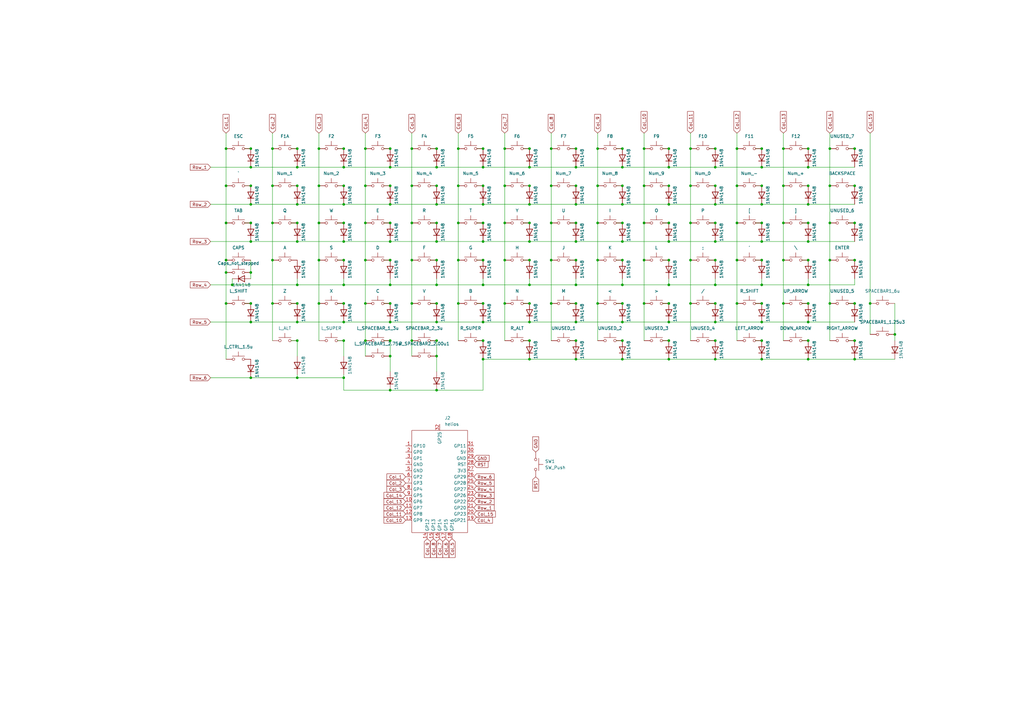
<source format=kicad_sch>
(kicad_sch (version 20211123) (generator eeschema)
  (paper "A3")
  (junction (at 331.47 139.7))
  (junction (at 121.92 154.94))
  (junction (at 179.07 106.68))
  (junction (at 321.31 60.96))
  (junction (at 149.86 91.44))
  (junction (at 92.71 91.44))
  (junction (at 149.86 124.46))
  (junction (at 255.27 116.84))
  (junction (at 140.97 139.7))
  (junction (at 340.36 60.96))
  (junction (at 121.92 76.2))
  (junction (at 293.37 83.82))
  (junction (at 102.87 83.82))
  (junction (at 274.32 106.68))
  (junction (at 187.96 124.46))
  (junction (at 236.22 139.7))
  (junction (at 121.92 99.06))
  (junction (at 283.21 91.44))
  (junction (at 179.07 139.7))
  (junction (at 274.32 124.46))
  (junction (at 160.02 116.84))
  (junction (at 293.37 60.96))
  (junction (at 217.17 116.84))
  (junction (at 149.86 106.68))
  (junction (at 111.76 91.44))
  (junction (at 140.97 116.84))
  (junction (at 255.27 60.96))
  (junction (at 331.47 83.82))
  (junction (at 121.92 132.08))
  (junction (at 111.76 106.68))
  (junction (at 245.11 76.2))
  (junction (at 140.97 154.94))
  (junction (at 331.47 147.32))
  (junction (at 350.52 60.96))
  (junction (at 140.97 99.06))
  (junction (at 255.27 124.46))
  (junction (at 140.97 83.82))
  (junction (at 340.36 76.2))
  (junction (at 312.42 139.7))
  (junction (at 367.03 137.16))
  (junction (at 217.17 139.7))
  (junction (at 293.37 68.58))
  (junction (at 226.06 124.46))
  (junction (at 350.52 106.68))
  (junction (at 293.37 99.06))
  (junction (at 168.91 91.44))
  (junction (at 207.01 106.68))
  (junction (at 350.52 124.46))
  (junction (at 149.86 76.2))
  (junction (at 198.12 147.32))
  (junction (at 312.42 116.84))
  (junction (at 217.17 68.58))
  (junction (at 236.22 83.82))
  (junction (at 236.22 91.44))
  (junction (at 217.17 147.32))
  (junction (at 283.21 76.2))
  (junction (at 245.11 60.96))
  (junction (at 187.96 76.2))
  (junction (at 236.22 116.84))
  (junction (at 198.12 139.7))
  (junction (at 331.47 116.84))
  (junction (at 179.07 83.82))
  (junction (at 198.12 91.44))
  (junction (at 179.07 91.44))
  (junction (at 264.16 124.46))
  (junction (at 160.02 124.46))
  (junction (at 160.02 68.58))
  (junction (at 331.47 76.2))
  (junction (at 236.22 60.96))
  (junction (at 160.02 146.05))
  (junction (at 255.27 99.06))
  (junction (at 255.27 147.32))
  (junction (at 283.21 124.46))
  (junction (at 274.32 139.7))
  (junction (at 187.96 60.96))
  (junction (at 274.32 60.96))
  (junction (at 92.71 60.96))
  (junction (at 160.02 139.7))
  (junction (at 331.47 106.68))
  (junction (at 255.27 106.68))
  (junction (at 312.42 60.96))
  (junction (at 331.47 68.58))
  (junction (at 226.06 60.96))
  (junction (at 236.22 132.08))
  (junction (at 198.12 68.58))
  (junction (at 236.22 76.2))
  (junction (at 92.71 106.68))
  (junction (at 274.32 91.44))
  (junction (at 293.37 147.32))
  (junction (at 140.97 68.58))
  (junction (at 293.37 124.46))
  (junction (at 102.87 60.96))
  (junction (at 149.86 139.7))
  (junction (at 255.27 76.2))
  (junction (at 168.91 106.68))
  (junction (at 92.71 76.2))
  (junction (at 350.52 76.2))
  (junction (at 130.81 124.46))
  (junction (at 312.42 68.58))
  (junction (at 255.27 91.44))
  (junction (at 217.17 83.82))
  (junction (at 168.91 60.96))
  (junction (at 179.07 160.02))
  (junction (at 264.16 106.68))
  (junction (at 302.26 124.46))
  (junction (at 160.02 83.82))
  (junction (at 111.76 60.96))
  (junction (at 179.07 146.05))
  (junction (at 274.32 68.58))
  (junction (at 207.01 60.96))
  (junction (at 121.92 68.58))
  (junction (at 198.12 132.08))
  (junction (at 121.92 139.7))
  (junction (at 293.37 106.68))
  (junction (at 179.07 68.58))
  (junction (at 140.97 124.46))
  (junction (at 217.17 132.08))
  (junction (at 302.26 76.2))
  (junction (at 102.87 99.06))
  (junction (at 198.12 76.2))
  (junction (at 160.02 76.2))
  (junction (at 321.31 91.44))
  (junction (at 274.32 76.2))
  (junction (at 102.87 124.46))
  (junction (at 236.22 106.68))
  (junction (at 130.81 76.2))
  (junction (at 293.37 139.7))
  (junction (at 217.17 60.96))
  (junction (at 245.11 124.46))
  (junction (at 179.07 99.06))
  (junction (at 312.42 83.82))
  (junction (at 245.11 106.68))
  (junction (at 160.02 132.08))
  (junction (at 179.07 116.84))
  (junction (at 198.12 106.68))
  (junction (at 312.42 76.2))
  (junction (at 283.21 106.68))
  (junction (at 350.52 147.32))
  (junction (at 312.42 124.46))
  (junction (at 102.87 132.08))
  (junction (at 312.42 106.68))
  (junction (at 198.12 60.96))
  (junction (at 95.25 116.84))
  (junction (at 312.42 147.32))
  (junction (at 340.36 106.68))
  (junction (at 274.32 83.82))
  (junction (at 198.12 116.84))
  (junction (at 255.27 68.58))
  (junction (at 302.26 91.44))
  (junction (at 302.26 60.96))
  (junction (at 302.26 106.68))
  (junction (at 245.11 91.44))
  (junction (at 283.21 60.96))
  (junction (at 312.42 91.44))
  (junction (at 217.17 76.2))
  (junction (at 140.97 132.08))
  (junction (at 264.16 76.2))
  (junction (at 217.17 124.46))
  (junction (at 198.12 99.06))
  (junction (at 293.37 116.84))
  (junction (at 321.31 124.46))
  (junction (at 179.07 132.08))
  (junction (at 255.27 132.08))
  (junction (at 207.01 76.2))
  (junction (at 160.02 106.68))
  (junction (at 121.92 116.84))
  (junction (at 331.47 124.46))
  (junction (at 121.92 91.44))
  (junction (at 274.32 132.08))
  (junction (at 207.01 91.44))
  (junction (at 130.81 60.96))
  (junction (at 102.87 68.58))
  (junction (at 236.22 99.06))
  (junction (at 293.37 91.44))
  (junction (at 350.52 91.44))
  (junction (at 217.17 91.44))
  (junction (at 312.42 99.06))
  (junction (at 274.32 99.06))
  (junction (at 140.97 106.68))
  (junction (at 160.02 160.02))
  (junction (at 149.86 60.96))
  (junction (at 168.91 76.2))
  (junction (at 102.87 91.44))
  (junction (at 168.91 124.46))
  (junction (at 321.31 76.2))
  (junction (at 102.87 76.2))
  (junction (at 140.97 76.2))
  (junction (at 179.07 60.96))
  (junction (at 140.97 91.44))
  (junction (at 350.52 139.7))
  (junction (at 198.12 83.82))
  (junction (at 179.07 76.2))
  (junction (at 217.17 106.68))
  (junction (at 130.81 91.44))
  (junction (at 331.47 132.08))
  (junction (at 140.97 60.96))
  (junction (at 255.27 139.7))
  (junction (at 168.91 139.7))
  (junction (at 187.96 106.68))
  (junction (at 121.92 60.96))
  (junction (at 312.42 132.08))
  (junction (at 121.92 83.82))
  (junction (at 321.31 106.68))
  (junction (at 236.22 68.58))
  (junction (at 102.87 154.94))
  (junction (at 111.76 76.2))
  (junction (at 121.92 124.46))
  (junction (at 207.01 124.46))
  (junction (at 236.22 147.32))
  (junction (at 198.12 124.46))
  (junction (at 340.36 124.46))
  (junction (at 255.27 83.82))
  (junction (at 340.36 91.44))
  (junction (at 160.02 99.06))
  (junction (at 274.32 147.32))
  (junction (at 179.07 124.46))
  (junction (at 226.06 76.2))
  (junction (at 356.87 124.46))
  (junction (at 226.06 91.44))
  (junction (at 264.16 91.44))
  (junction (at 92.71 124.46))
  (junction (at 226.06 106.68))
  (junction (at 92.71 111.76))
  (junction (at 331.47 91.44))
  (junction (at 187.96 91.44))
  (junction (at 293.37 76.2))
  (junction (at 111.76 124.46))
  (junction (at 160.02 91.44))
  (junction (at 264.16 60.96))
  (junction (at 102.87 111.76))
  (junction (at 217.17 99.06))
  (junction (at 331.47 60.96))
  (junction (at 236.22 124.46))
  (junction (at 274.32 116.84))
  (junction (at 160.02 60.96))
  (junction (at 331.47 99.06))
  (junction (at 130.81 106.68))
  (junction (at 293.37 132.08))
  (wire (pts (xy 217.17 99.06) (xy 236.22 99.06)))
  (wire (pts (xy 274.32 114.3) (xy 274.32 116.84)))
  (wire (pts (xy 309.88 106.68) (xy 312.42 106.68)))
  (wire (pts (xy 149.86 54.61) (xy 149.86 60.96)))
  (wire (pts (xy 293.37 116.84) (xy 312.42 116.84)))
  (wire (pts (xy 119.38 139.7) (xy 121.92 139.7)))
  (wire (pts (xy 271.78 124.46) (xy 274.32 124.46)))
  (wire (pts (xy 130.81 60.96) (xy 130.81 76.2)))
  (wire (pts (xy 86.36 116.84) (xy 95.25 116.84)))
  (wire (pts (xy 100.33 91.44) (xy 102.87 91.44)))
  (wire (pts (xy 356.87 124.46) (xy 356.87 137.16)))
  (wire (pts (xy 312.42 132.08) (xy 331.47 132.08)))
  (wire (pts (xy 340.36 76.2) (xy 340.36 91.44)))
  (wire (pts (xy 121.92 68.58) (xy 140.97 68.58)))
  (wire (pts (xy 217.17 83.82) (xy 236.22 83.82)))
  (wire (pts (xy 217.17 114.3) (xy 217.17 116.84)))
  (wire (pts (xy 168.91 91.44) (xy 168.91 106.68)))
  (wire (pts (xy 328.93 60.96) (xy 331.47 60.96)))
  (wire (pts (xy 207.01 60.96) (xy 207.01 76.2)))
  (wire (pts (xy 293.37 132.08) (xy 312.42 132.08)))
  (wire (pts (xy 102.87 68.58) (xy 121.92 68.58)))
  (wire (pts (xy 347.98 139.7) (xy 350.52 139.7)))
  (wire (pts (xy 321.31 91.44) (xy 321.31 106.68)))
  (wire (pts (xy 176.53 139.7) (xy 179.07 139.7)))
  (wire (pts (xy 340.36 106.68) (xy 340.36 124.46)))
  (wire (pts (xy 195.58 106.68) (xy 198.12 106.68)))
  (wire (pts (xy 160.02 116.84) (xy 179.07 116.84)))
  (wire (pts (xy 149.86 91.44) (xy 149.86 106.68)))
  (wire (pts (xy 214.63 106.68) (xy 217.17 106.68)))
  (wire (pts (xy 176.53 60.96) (xy 179.07 60.96)))
  (wire (pts (xy 312.42 68.58) (xy 331.47 68.58)))
  (wire (pts (xy 255.27 116.84) (xy 274.32 116.84)))
  (wire (pts (xy 149.86 139.7) (xy 149.86 146.05)))
  (wire (pts (xy 302.26 76.2) (xy 302.26 91.44)))
  (wire (pts (xy 86.36 99.06) (xy 102.87 99.06)))
  (wire (pts (xy 176.53 124.46) (xy 179.07 124.46)))
  (wire (pts (xy 347.98 124.46) (xy 350.52 124.46)))
  (wire (pts (xy 264.16 54.61) (xy 264.16 60.96)))
  (wire (pts (xy 226.06 76.2) (xy 226.06 91.44)))
  (wire (pts (xy 290.83 139.7) (xy 293.37 139.7)))
  (wire (pts (xy 302.26 91.44) (xy 302.26 106.68)))
  (wire (pts (xy 214.63 124.46) (xy 217.17 124.46)))
  (wire (pts (xy 160.02 146.05) (xy 160.02 152.4)))
  (wire (pts (xy 92.71 111.76) (xy 92.71 124.46)))
  (wire (pts (xy 198.12 83.82) (xy 217.17 83.82)))
  (wire (pts (xy 274.32 99.06) (xy 293.37 99.06)))
  (wire (pts (xy 302.26 60.96) (xy 302.26 76.2)))
  (wire (pts (xy 92.71 60.96) (xy 92.71 76.2)))
  (wire (pts (xy 293.37 147.32) (xy 312.42 147.32)))
  (wire (pts (xy 179.07 132.08) (xy 198.12 132.08)))
  (wire (pts (xy 168.91 139.7) (xy 168.91 146.05)))
  (wire (pts (xy 195.58 139.7) (xy 198.12 139.7)))
  (wire (pts (xy 217.17 116.84) (xy 236.22 116.84)))
  (wire (pts (xy 236.22 68.58) (xy 255.27 68.58)))
  (wire (pts (xy 95.25 114.3) (xy 95.25 116.84)))
  (wire (pts (xy 157.48 91.44) (xy 160.02 91.44)))
  (wire (pts (xy 309.88 60.96) (xy 312.42 60.96)))
  (wire (pts (xy 233.68 106.68) (xy 236.22 106.68)))
  (wire (pts (xy 207.01 124.46) (xy 207.01 139.7)))
  (wire (pts (xy 252.73 106.68) (xy 255.27 106.68)))
  (wire (pts (xy 214.63 91.44) (xy 217.17 91.44)))
  (wire (pts (xy 331.47 114.3) (xy 331.47 116.84)))
  (wire (pts (xy 121.92 83.82) (xy 140.97 83.82)))
  (wire (pts (xy 160.02 83.82) (xy 179.07 83.82)))
  (wire (pts (xy 245.11 54.61) (xy 245.11 60.96)))
  (wire (pts (xy 274.32 83.82) (xy 293.37 83.82)))
  (wire (pts (xy 121.92 132.08) (xy 140.97 132.08)))
  (wire (pts (xy 207.01 76.2) (xy 207.01 91.44)))
  (wire (pts (xy 302.26 106.68) (xy 302.26 124.46)))
  (wire (pts (xy 187.96 60.96) (xy 187.96 76.2)))
  (wire (pts (xy 179.07 139.7) (xy 179.07 146.05)))
  (wire (pts (xy 331.47 83.82) (xy 350.52 83.82)))
  (wire (pts (xy 160.02 139.7) (xy 160.02 146.05)))
  (wire (pts (xy 312.42 147.32) (xy 331.47 147.32)))
  (wire (pts (xy 187.96 91.44) (xy 187.96 106.68)))
  (wire (pts (xy 138.43 106.68) (xy 140.97 106.68)))
  (wire (pts (xy 233.68 60.96) (xy 236.22 60.96)))
  (wire (pts (xy 140.97 139.7) (xy 140.97 146.05)))
  (wire (pts (xy 207.01 54.61) (xy 207.01 60.96)))
  (wire (pts (xy 179.07 83.82) (xy 198.12 83.82)))
  (wire (pts (xy 252.73 124.46) (xy 255.27 124.46)))
  (wire (pts (xy 321.31 54.61) (xy 321.31 60.96)))
  (wire (pts (xy 138.43 91.44) (xy 140.97 91.44)))
  (wire (pts (xy 198.12 132.08) (xy 217.17 132.08)))
  (wire (pts (xy 217.17 68.58) (xy 236.22 68.58)))
  (wire (pts (xy 217.17 132.08) (xy 236.22 132.08)))
  (wire (pts (xy 309.88 124.46) (xy 312.42 124.46)))
  (wire (pts (xy 274.32 132.08) (xy 293.37 132.08)))
  (wire (pts (xy 252.73 76.2) (xy 255.27 76.2)))
  (wire (pts (xy 255.27 68.58) (xy 274.32 68.58)))
  (wire (pts (xy 140.97 132.08) (xy 160.02 132.08)))
  (wire (pts (xy 328.93 76.2) (xy 331.47 76.2)))
  (wire (pts (xy 168.91 76.2) (xy 168.91 91.44)))
  (wire (pts (xy 176.53 106.68) (xy 179.07 106.68)))
  (wire (pts (xy 92.71 106.68) (xy 92.71 111.76)))
  (wire (pts (xy 179.07 116.84) (xy 198.12 116.84)))
  (wire (pts (xy 321.31 106.68) (xy 321.31 124.46)))
  (wire (pts (xy 347.98 91.44) (xy 350.52 91.44)))
  (wire (pts (xy 168.91 106.68) (xy 168.91 124.46)))
  (wire (pts (xy 140.97 83.82) (xy 160.02 83.82)))
  (wire (pts (xy 138.43 124.46) (xy 140.97 124.46)))
  (wire (pts (xy 140.97 160.02) (xy 140.97 154.94)))
  (wire (pts (xy 198.12 68.58) (xy 217.17 68.58)))
  (wire (pts (xy 293.37 99.06) (xy 312.42 99.06)))
  (wire (pts (xy 331.47 99.06) (xy 350.52 99.06)))
  (wire (pts (xy 302.26 54.61) (xy 302.26 60.96)))
  (wire (pts (xy 264.16 60.96) (xy 264.16 76.2)))
  (wire (pts (xy 119.38 91.44) (xy 121.92 91.44)))
  (wire (pts (xy 179.07 152.4) (xy 179.07 146.05)))
  (wire (pts (xy 149.86 106.68) (xy 149.86 124.46)))
  (wire (pts (xy 102.87 111.76) (xy 102.87 114.3)))
  (wire (pts (xy 245.11 60.96) (xy 245.11 76.2)))
  (wire (pts (xy 347.98 106.68) (xy 350.52 106.68)))
  (wire (pts (xy 121.92 99.06) (xy 140.97 99.06)))
  (wire (pts (xy 179.07 99.06) (xy 198.12 99.06)))
  (wire (pts (xy 168.91 60.96) (xy 168.91 76.2)))
  (wire (pts (xy 140.97 114.3) (xy 140.97 116.84)))
  (wire (pts (xy 321.31 60.96) (xy 321.31 76.2)))
  (wire (pts (xy 217.17 147.32) (xy 236.22 147.32)))
  (wire (pts (xy 187.96 54.61) (xy 187.96 60.96)))
  (wire (pts (xy 138.43 60.96) (xy 140.97 60.96)))
  (wire (pts (xy 86.36 68.58) (xy 102.87 68.58)))
  (wire (pts (xy 236.22 83.82) (xy 255.27 83.82)))
  (wire (pts (xy 328.93 139.7) (xy 331.47 139.7)))
  (wire (pts (xy 312.42 83.82) (xy 331.47 83.82)))
  (wire (pts (xy 168.91 124.46) (xy 168.91 139.7)))
  (wire (pts (xy 160.02 160.02) (xy 179.07 160.02)))
  (wire (pts (xy 271.78 139.7) (xy 274.32 139.7)))
  (wire (pts (xy 331.47 116.84) (xy 350.52 116.84)))
  (wire (pts (xy 252.73 91.44) (xy 255.27 91.44)))
  (wire (pts (xy 149.86 124.46) (xy 149.86 139.7)))
  (wire (pts (xy 283.21 106.68) (xy 283.21 124.46)))
  (wire (pts (xy 264.16 76.2) (xy 264.16 91.44)))
  (wire (pts (xy 130.81 91.44) (xy 130.81 106.68)))
  (wire (pts (xy 86.36 154.94) (xy 102.87 154.94)))
  (wire (pts (xy 92.71 91.44) (xy 92.71 106.68)))
  (wire (pts (xy 160.02 114.3) (xy 160.02 116.84)))
  (wire (pts (xy 367.03 124.46) (xy 367.03 137.16)))
  (wire (pts (xy 293.37 114.3) (xy 293.37 116.84)))
  (wire (pts (xy 290.83 60.96) (xy 293.37 60.96)))
  (wire (pts (xy 214.63 139.7) (xy 217.17 139.7)))
  (wire (pts (xy 340.36 54.61) (xy 340.36 60.96)))
  (wire (pts (xy 187.96 124.46) (xy 187.96 139.7)))
  (wire (pts (xy 328.93 91.44) (xy 331.47 91.44)))
  (wire (pts (xy 157.48 124.46) (xy 160.02 124.46)))
  (wire (pts (xy 255.27 132.08) (xy 274.32 132.08)))
  (wire (pts (xy 119.38 124.46) (xy 121.92 124.46)))
  (wire (pts (xy 140.97 116.84) (xy 160.02 116.84)))
  (wire (pts (xy 157.48 76.2) (xy 160.02 76.2)))
  (wire (pts (xy 111.76 60.96) (xy 111.76 76.2)))
  (wire (pts (xy 195.58 76.2) (xy 198.12 76.2)))
  (wire (pts (xy 207.01 106.68) (xy 207.01 124.46)))
  (wire (pts (xy 130.81 106.68) (xy 130.81 124.46)))
  (wire (pts (xy 111.76 106.68) (xy 111.76 124.46)))
  (wire (pts (xy 121.92 116.84) (xy 140.97 116.84)))
  (wire (pts (xy 274.32 116.84) (xy 293.37 116.84)))
  (wire (pts (xy 264.16 91.44) (xy 264.16 106.68)))
  (wire (pts (xy 321.31 124.46) (xy 321.31 139.7)))
  (wire (pts (xy 245.11 106.68) (xy 245.11 124.46)))
  (wire (pts (xy 179.07 114.3) (xy 179.07 116.84)))
  (wire (pts (xy 236.22 99.06) (xy 255.27 99.06)))
  (wire (pts (xy 347.98 76.2) (xy 350.52 76.2)))
  (wire (pts (xy 347.98 60.96) (xy 350.52 60.96)))
  (wire (pts (xy 255.27 114.3) (xy 255.27 116.84)))
  (wire (pts (xy 340.36 60.96) (xy 340.36 76.2)))
  (wire (pts (xy 86.36 83.82) (xy 102.87 83.82)))
  (wire (pts (xy 86.36 132.08) (xy 102.87 132.08)))
  (wire (pts (xy 157.48 60.96) (xy 160.02 60.96)))
  (wire (pts (xy 233.68 91.44) (xy 236.22 91.44)))
  (wire (pts (xy 236.22 114.3) (xy 236.22 116.84)))
  (wire (pts (xy 283.21 76.2) (xy 283.21 91.44)))
  (wire (pts (xy 255.27 147.32) (xy 274.32 147.32)))
  (wire (pts (xy 331.47 147.32) (xy 350.52 147.32)))
  (wire (pts (xy 92.71 76.2) (xy 92.71 91.44)))
  (wire (pts (xy 179.07 68.58) (xy 198.12 68.58)))
  (wire (pts (xy 350.52 147.32) (xy 367.03 147.32)))
  (wire (pts (xy 195.58 91.44) (xy 198.12 91.44)))
  (wire (pts (xy 119.38 76.2) (xy 121.92 76.2)))
  (wire (pts (xy 187.96 76.2) (xy 187.96 91.44)))
  (wire (pts (xy 309.88 91.44) (xy 312.42 91.44)))
  (wire (pts (xy 255.27 83.82) (xy 274.32 83.82)))
  (wire (pts (xy 271.78 91.44) (xy 274.32 91.44)))
  (wire (pts (xy 140.97 99.06) (xy 160.02 99.06)))
  (wire (pts (xy 95.25 116.84) (xy 121.92 116.84)))
  (wire (pts (xy 198.12 114.3) (xy 198.12 116.84)))
  (wire (pts (xy 293.37 83.82) (xy 312.42 83.82)))
  (wire (pts (xy 283.21 60.96) (xy 283.21 76.2)))
  (wire (pts (xy 111.76 124.46) (xy 111.76 139.7)))
  (wire (pts (xy 226.06 106.68) (xy 226.06 124.46)))
  (wire (pts (xy 121.92 139.7) (xy 121.92 146.05)))
  (wire (pts (xy 290.83 76.2) (xy 293.37 76.2)))
  (wire (pts (xy 309.88 139.7) (xy 312.42 139.7)))
  (wire (pts (xy 312.42 99.06) (xy 331.47 99.06)))
  (wire (pts (xy 102.87 132.08) (xy 121.92 132.08)))
  (wire (pts (xy 290.83 91.44) (xy 293.37 91.44)))
  (wire (pts (xy 328.93 106.68) (xy 331.47 106.68)))
  (wire (pts (xy 187.96 106.68) (xy 187.96 124.46)))
  (wire (pts (xy 331.47 68.58) (xy 350.52 68.58)))
  (wire (pts (xy 340.36 91.44) (xy 340.36 106.68)))
  (wire (pts (xy 214.63 76.2) (xy 217.17 76.2)))
  (wire (pts (xy 245.11 91.44) (xy 245.11 106.68)))
  (wire (pts (xy 198.12 116.84) (xy 217.17 116.84)))
  (wire (pts (xy 321.31 76.2) (xy 321.31 91.44)))
  (wire (pts (xy 328.93 124.46) (xy 331.47 124.46)))
  (wire (pts (xy 252.73 139.7) (xy 255.27 139.7)))
  (wire (pts (xy 111.76 54.61) (xy 111.76 60.96)))
  (wire (pts (xy 121.92 114.3) (xy 121.92 116.84)))
  (wire (pts (xy 252.73 60.96) (xy 255.27 60.96)))
  (wire (pts (xy 274.32 147.32) (xy 293.37 147.32)))
  (wire (pts (xy 179.07 160.02) (xy 198.12 160.02)))
  (wire (pts (xy 176.53 91.44) (xy 179.07 91.44)))
  (wire (pts (xy 233.68 124.46) (xy 236.22 124.46)))
  (wire (pts (xy 149.86 60.96) (xy 149.86 76.2)))
  (wire (pts (xy 140.97 154.94) (xy 140.97 153.67)))
  (wire (pts (xy 102.87 154.94) (xy 121.92 154.94)))
  (wire (pts (xy 236.22 116.84) (xy 255.27 116.84)))
  (wire (pts (xy 195.58 60.96) (xy 198.12 60.96)))
  (wire (pts (xy 226.06 124.46) (xy 226.06 139.7)))
  (wire (pts (xy 271.78 60.96) (xy 274.32 60.96)))
  (wire (pts (xy 168.91 54.61) (xy 168.91 60.96)))
  (wire (pts (xy 312.42 116.84) (xy 331.47 116.84)))
  (wire (pts (xy 149.86 76.2) (xy 149.86 91.44)))
  (wire (pts (xy 245.11 76.2) (xy 245.11 91.44)))
  (wire (pts (xy 233.68 139.7) (xy 236.22 139.7)))
  (wire (pts (xy 302.26 124.46) (xy 302.26 139.7)))
  (wire (pts (xy 121.92 153.67) (xy 121.92 154.94)))
  (wire (pts (xy 100.33 60.96) (xy 102.87 60.96)))
  (wire (pts (xy 290.83 124.46) (xy 293.37 124.46)))
  (wire (pts (xy 195.58 124.46) (xy 198.12 124.46)))
  (wire (pts (xy 130.81 54.61) (xy 130.81 60.96)))
  (wire (pts (xy 198.12 99.06) (xy 217.17 99.06)))
  (wire (pts (xy 160.02 132.08) (xy 179.07 132.08)))
  (wire (pts (xy 356.87 54.61) (xy 356.87 124.46)))
  (wire (pts (xy 111.76 91.44) (xy 111.76 106.68)))
  (wire (pts (xy 283.21 124.46) (xy 283.21 139.7)))
  (wire (pts (xy 274.32 68.58) (xy 293.37 68.58)))
  (wire (pts (xy 100.33 124.46) (xy 102.87 124.46)))
  (wire (pts (xy 226.06 54.61) (xy 226.06 60.96)))
  (wire (pts (xy 283.21 91.44) (xy 283.21 106.68)))
  (wire (pts (xy 157.48 139.7) (xy 160.02 139.7)))
  (wire (pts (xy 130.81 76.2) (xy 130.81 91.44)))
  (wire (pts (xy 102.87 99.06) (xy 121.92 99.06)))
  (wire (pts (xy 236.22 132.08) (xy 255.27 132.08)))
  (wire (pts (xy 233.68 76.2) (xy 236.22 76.2)))
  (wire (pts (xy 293.37 68.58) (xy 312.42 68.58)))
  (wire (pts (xy 119.38 60.96) (xy 121.92 60.96)))
  (wire (pts (xy 264.16 124.46) (xy 264.16 139.7)))
  (wire (pts (xy 312.42 114.3) (xy 312.42 116.84)))
  (wire (pts (xy 283.21 54.61) (xy 283.21 60.96)))
  (wire (pts (xy 271.78 106.68) (xy 274.32 106.68)))
  (wire (pts (xy 207.01 91.44) (xy 207.01 106.68)))
  (wire (pts (xy 226.06 60.96) (xy 226.06 76.2)))
  (wire (pts (xy 100.33 76.2) (xy 102.87 76.2)))
  (wire (pts (xy 255.27 99.06) (xy 274.32 99.06)))
  (wire (pts (xy 331.47 132.08) (xy 350.52 132.08)))
  (wire (pts (xy 309.88 76.2) (xy 312.42 76.2)))
  (wire (pts (xy 138.43 139.7) (xy 140.97 139.7)))
  (wire (pts (xy 340.36 124.46) (xy 340.36 139.7)))
  (wire (pts (xy 198.12 160.02) (xy 198.12 147.32)))
  (wire (pts (xy 176.53 76.2) (xy 179.07 76.2)))
  (wire (pts (xy 111.76 76.2) (xy 111.76 91.44)))
  (wire (pts (xy 271.78 76.2) (xy 274.32 76.2)))
  (wire (pts (xy 160.02 68.58) (xy 179.07 68.58)))
  (wire (pts (xy 226.06 91.44) (xy 226.06 106.68)))
  (wire (pts (xy 160.02 99.06) (xy 179.07 99.06)))
  (wire (pts (xy 102.87 83.82) (xy 121.92 83.82)))
  (wire (pts (xy 198.12 147.32) (xy 217.17 147.32)))
  (wire (pts (xy 264.16 106.68) (xy 264.16 124.46)))
  (wire (pts (xy 350.52 114.3) (xy 350.52 116.84)))
  (wire (pts (xy 130.81 124.46) (xy 130.81 139.7)))
  (wire (pts (xy 140.97 160.02) (xy 160.02 160.02)))
  (wire (pts (xy 92.71 124.46) (xy 92.71 147.32)))
  (wire (pts (xy 140.97 68.58) (xy 160.02 68.58)))
  (wire (pts (xy 138.43 76.2) (xy 140.97 76.2)))
  (wire (pts (xy 121.92 154.94) (xy 140.97 154.94)))
  (wire (pts (xy 92.71 54.61) (xy 92.71 60.96)))
  (wire (pts (xy 367.03 137.16) (xy 367.03 139.7)))
  (wire (pts (xy 236.22 147.32) (xy 255.27 147.32)))
  (wire (pts (xy 245.11 124.46) (xy 245.11 139.7)))
  (wire (pts (xy 157.48 106.68) (xy 160.02 106.68)))
  (wire (pts (xy 214.63 60.96) (xy 217.17 60.96)))
  (wire (pts (xy 102.87 106.68) (xy 102.87 111.76)))
  (wire (pts (xy 290.83 106.68) (xy 293.37 106.68)))
  (global_label "RST" (shape input) (at 194.31 190.5 0) (property "Intersheet References" "${INTERSHEET_REFS}" (effects hide)))
  (global_label "Col_2" (shape input) (at 166.37 198.12 180) (property "Intersheet References" "${INTERSHEET_REFS}" (effects hide)))
  (global_label "Col_2" (shape input) (at 111.76 54.61 90) (property "Intersheet References" "${INTERSHEET_REFS}" (effects hide)))
  (global_label "Row_3" (shape input) (at 86.36 99.06 180) (property "Intersheet References" "${INTERSHEET_REFS}" (effects hide)))
  (global_label "Col_7" (shape input) (at 207.01 54.61 90) (property "Intersheet References" "${INTERSHEET_REFS}" (effects hide)))
  (global_label "Col_1" (shape input) (at 92.71 54.61 90) (property "Intersheet References" "${INTERSHEET_REFS}" (effects hide)))
  (global_label "Col_6" (shape input) (at 182.88 220.98 270) (property "Intersheet References" "${INTERSHEET_REFS}" (effects hide)))
  (global_label "Col_15" (shape input) (at 194.31 210.82 0) (property "Intersheet References" "${INTERSHEET_REFS}" (effects hide)))
  (global_label "Row_5" (shape input) (at 194.31 198.12 0) (property "Intersheet References" "${INTERSHEET_REFS}" (effects hide)))
  (global_label "Col_12" (shape input) (at 302.26 54.61 90) (property "Intersheet References" "${INTERSHEET_REFS}" (effects hide)))
  (global_label "Row_1" (shape input) (at 86.36 68.58 180) (property "Intersheet References" "${INTERSHEET_REFS}" (effects hide)))
  (global_label "RST" (shape input) (at 219.71 195.58 270) (property "Intersheet References" "${INTERSHEET_REFS}" (effects hide)))
  (global_label "Row_6" (shape input) (at 194.31 195.58 0) (property "Intersheet References" "${INTERSHEET_REFS}" (effects hide)))
  (global_label "Col_5" (shape input) (at 168.91 54.61 90) (property "Intersheet References" "${INTERSHEET_REFS}" (effects hide)))
  (global_label "Row_2" (shape input) (at 194.31 205.74 0) (property "Intersheet References" "${INTERSHEET_REFS}" (effects hide)))
  (global_label "Row_5" (shape input) (at 86.36 132.08 180) (property "Intersheet References" "${INTERSHEET_REFS}" (effects hide)))
  (global_label "Col_8" (shape input) (at 177.8 220.98 270) (property "Intersheet References" "${INTERSHEET_REFS}" (effects hide)))
  (global_label "Row_4" (shape input) (at 194.31 200.66 0) (property "Intersheet References" "${INTERSHEET_REFS}" (effects hide)))
  (global_label "Col_10" (shape input) (at 166.37 213.36 180) (property "Intersheet References" "${INTERSHEET_REFS}" (effects hide)))
  (global_label "Col_13" (shape input) (at 166.37 205.74 180) (property "Intersheet References" "${INTERSHEET_REFS}" (effects hide)))
  (global_label "Col_11" (shape input) (at 283.21 54.61 90) (property "Intersheet References" "${INTERSHEET_REFS}" (effects hide)))
  (global_label "Col_15" (shape input) (at 356.87 54.61 90) (property "Intersheet References" "${INTERSHEET_REFS}" (effects hide)))
  (global_label "Col_9" (shape input) (at 175.26 220.98 270) (property "Intersheet References" "${INTERSHEET_REFS}" (effects hide)))
  (global_label "Col_12" (shape input) (at 166.37 208.28 180) (property "Intersheet References" "${INTERSHEET_REFS}" (effects hide)))
  (global_label "Col_1" (shape input) (at 166.37 195.58 180) (property "Intersheet References" "${INTERSHEET_REFS}" (effects hide)))
  (global_label "Col_6" (shape input) (at 187.96 54.61 90) (property "Intersheet References" "${INTERSHEET_REFS}" (effects hide)))
  (global_label "Row_6" (shape input) (at 86.36 154.94 180) (property "Intersheet References" "${INTERSHEET_REFS}" (effects hide)))
  (global_label "Col_9" (shape input) (at 245.11 54.61 90) (property "Intersheet References" "${INTERSHEET_REFS}" (effects hide)))
  (global_label "Row_2" (shape input) (at 86.36 83.82 180) (property "Intersheet References" "${INTERSHEET_REFS}" (effects hide)))
  (global_label "GND" (shape input) (at 219.71 185.42 90) (property "Intersheet References" "${INTERSHEET_REFS}" (effects hide)))
  (global_label "Col_14" (shape input) (at 340.36 54.61 90) (property "Intersheet References" "${INTERSHEET_REFS}" (effects hide)))
  (global_label "Col_13" (shape input) (at 321.31 54.61 90) (property "Intersheet References" "${INTERSHEET_REFS}" (effects hide)))
  (global_label "Row_3" (shape input) (at 194.31 203.2 0) (property "Intersheet References" "${INTERSHEET_REFS}" (effects hide)))
  (global_label "Col_3" (shape input) (at 166.37 200.66 180) (property "Intersheet References" "${INTERSHEET_REFS}" (effects hide)))
  (global_label "Col_11" (shape input) (at 166.37 210.82 180) (property "Intersheet References" "${INTERSHEET_REFS}" (effects hide)))
  (global_label "Col_5" (shape input) (at 185.42 220.98 270) (property "Intersheet References" "${INTERSHEET_REFS}" (effects hide)))
  (global_label "GND" (shape input) (at 194.31 187.96 0) (property "Intersheet References" "${INTERSHEET_REFS}" (effects hide)))
  (global_label "Row_1" (shape input) (at 194.31 208.28 0) (property "Intersheet References" "${INTERSHEET_REFS}" (effects hide)))
  (global_label "Col_8" (shape input) (at 226.06 54.61 90) (property "Intersheet References" "${INTERSHEET_REFS}" (effects hide)))
  (global_label "Col_4" (shape input) (at 149.86 54.61 90) (property "Intersheet References" "${INTERSHEET_REFS}" (effects hide)))
  (global_label "Col_14" (shape input) (at 166.37 203.2 180) (property "Intersheet References" "${INTERSHEET_REFS}" (effects hide)))
  (global_label "Col_4" (shape input) (at 194.31 213.36 0) (property "Intersheet References" "${INTERSHEET_REFS}" (effects hide)))
  (global_label "Col_7" (shape input) (at 180.34 220.98 270) (property "Intersheet References" "${INTERSHEET_REFS}" (effects hide)))
  (global_label "Row_4" (shape input) (at 86.36 116.84 180) (property "Intersheet References" "${INTERSHEET_REFS}" (effects hide)))
  (global_label "Col_3" (shape input) (at 130.81 54.61 90) (property "Intersheet References" "${INTERSHEET_REFS}" (effects hide)))
  (global_label "Col_10" (shape input) (at 264.16 54.61 90) (property "Intersheet References" "${INTERSHEET_REFS}" (effects hide)))
  (symbol (lib_id "Switch:SW_Push") (at 231.14 139.7 0) (unit 1)
    (property "Reference" "UNUSED_1" (effects hide))
    (property "Value" "UNUSED_1" (at 231.14 134.62 0))
    (property "Footprint" "Switch_Keyboard_Cherry_MX:SW_Cherry_MX_PCB_1.00u" (effects hide))
  )
  (symbol (lib_id "Switch:SW_Push") (at 288.29 60.96 0) (unit 1)
    (property "Reference" "F10" (effects hide))
    (property "Value" "F10" (at 288.29 55.88 0))
    (property "Footprint" "Switch_Keyboard_Cherry_MX:SW_Cherry_MX_PCB_1.00u" (effects hide))
  )
  (symbol (lib_id "Diode:1N4148") (at 255.27 95.25 270) (mirror x) (unit 1)
    (property "Reference" "D52" (effects hide))
    (property "Value" "1N4148" (at 257.81 95.25 0))
    (property "Footprint" "Diode_THT:D_DO-35_SOD27_P7.62mm_Horizontal" (effects hide))
    (property "Datasheet" "https://assets.nexperia.com/documents/data-sheet/1N4148_1N4448.pdf" (effects hide))
  )
  (symbol (lib_id "Switch:SW_Push") (at 116.84 106.68 0) (unit 1)
    (property "Reference" "A1" (effects hide))
    (property "Value" "A" (at 116.84 101.6 0))
    (property "Footprint" "Switch_Keyboard_Cherry_MX:SW_Cherry_MX_PCB_1.00u" (effects hide))
  )
  (symbol (lib_id "Switch:SW_Push") (at 212.09 91.44 0) (unit 1)
    (property "Reference" "Y1" (effects hide))
    (property "Value" "Y" (at 212.09 86.36 0))
    (property "Footprint" "Switch_Keyboard_Cherry_MX:SW_Cherry_MX_PCB_1.00u" (effects hide))
  )
  (symbol (lib_id "Diode:1N4148") (at 312.42 110.49 270) (mirror x) (unit 1)
    (property "Reference" "D71" (effects hide))
    (property "Value" "1N4148" (at 314.96 110.49 0))
    (property "Footprint" "Diode_THT:D_DO-35_SOD27_P7.62mm_Horizontal" (effects hide))
    (property "Datasheet" "https://assets.nexperia.com/documents/data-sheet/1N4148_1N4448.pdf" (effects hide))
  )
  (symbol (lib_id "Switch:SW_Push") (at 97.79 147.32 0) (unit 1)
    (property "Reference" "L_CTRL_1.5u1" (effects hide))
    (property "Value" "L_CTRL_1.5u" (at 97.79 142.24 0))
    (property "Footprint" "Switch_Keyboard_Cherry_MX:SW_Cherry_MX_PCB_1.50u" (effects hide))
  )
  (symbol (lib_id "Diode:1N4148") (at 121.92 110.49 270) (mirror x) (unit 1)
    (property "Reference" "D10" (effects hide))
    (property "Value" "1N4148" (at 124.46 110.49 0))
    (property "Footprint" "Diode_THT:D_DO-35_SOD27_P7.62mm_Horizontal" (effects hide))
    (property "Datasheet" "https://assets.nexperia.com/documents/data-sheet/1N4148_1N4448.pdf" (effects hide))
  )
  (symbol (lib_id "Diode:1N4148") (at 198.12 95.25 270) (mirror x) (unit 1)
    (property "Reference" "D34" (effects hide))
    (property "Value" "1N4148" (at 200.66 95.25 0))
    (property "Footprint" "Diode_THT:D_DO-35_SOD27_P7.62mm_Horizontal" (effects hide))
    (property "Datasheet" "https://assets.nexperia.com/documents/data-sheet/1N4148_1N4448.pdf" (effects hide))
  )
  (symbol (lib_id "Switch:SW_Push") (at 154.94 106.68 0) (unit 1)
    (property "Reference" "D19" (effects hide))
    (property "Value" "D" (at 154.94 101.6 0))
    (property "Footprint" "Switch_Keyboard_Cherry_MX:SW_Cherry_MX_PCB_1.00u" (effects hide))
  )
  (symbol (lib_id "Diode:1N4148") (at 160.02 156.21 270) (mirror x) (unit 1)
    (property "Reference" "D25" (effects hide))
    (property "Value" "1N4148" (at 162.56 156.21 0))
    (property "Footprint" "Diode_THT:D_DO-35_SOD27_P7.62mm_Horizontal" (effects hide))
    (property "Datasheet" "https://assets.nexperia.com/documents/data-sheet/1N4148_1N4448.pdf" (effects hide))
  )
  (symbol (lib_id "Diode:1N4148") (at 217.17 110.49 270) (mirror x) (unit 1)
    (property "Reference" "D41" (effects hide))
    (property "Value" "1N4148" (at 219.71 110.49 0))
    (property "Footprint" "Diode_THT:D_DO-35_SOD27_P7.62mm_Horizontal" (effects hide))
    (property "Datasheet" "https://assets.nexperia.com/documents/data-sheet/1N4148_1N4448.pdf" (effects hide))
  )
  (symbol (lib_id "Switch:SW_Push") (at 173.99 60.96 0) (unit 1)
    (property "Reference" "F4" (effects hide))
    (property "Value" "F4" (at 173.99 55.88 0))
    (property "Footprint" "Switch_Keyboard_Cherry_MX:SW_Cherry_MX_PCB_1.00u" (effects hide))
  )
  (symbol (lib_id "Switch:SW_Push") (at 173.99 139.7 0) (unit 1)
    (property "Reference" "SPACEBAR_2" (effects hide))
    (property "Value" "SPACEBAR_2_3u" (at 173.99 134.62 0))
    (property "Footprint" "Switch_Keyboard_Cherry_MX:SW_Cherry_MX_PCB_3.00u" (effects hide))
  )
  (symbol (lib_id "Switch:SW_Push") (at 250.19 139.7 0) (unit 1)
    (property "Reference" "UNUSED_2" (effects hide))
    (property "Value" "UNUSED_2" (at 250.19 134.62 0))
    (property "Footprint" "Switch_Keyboard_Cherry_MX:SW_Cherry_MX_PCB_1.00u" (effects hide))
  )
  (symbol (lib_id "Diode:1N4148") (at 140.97 128.27 270) (mirror x) (unit 1)
    (property "Reference" "D17" (effects hide))
    (property "Value" "1N4148" (at 143.51 128.27 0))
    (property "Footprint" "Diode_THT:D_DO-35_SOD27_P7.62mm_Horizontal" (effects hide))
    (property "Datasheet" "https://assets.nexperia.com/documents/data-sheet/1N4148_1N4448.pdf" (effects hide))
  )
  (symbol (lib_id "Switch:SW_Push") (at 193.04 139.7 0) (unit 1)
    (property "Reference" "R_SUPER1" (effects hide))
    (property "Value" "R_SUPER" (at 193.04 134.62 0))
    (property "Footprint" "Switch_Keyboard_Cherry_MX:SW_Cherry_MX_PCB_1.50u" (effects hide))
  )
  (symbol (lib_id "Diode:1N4148") (at 350.52 110.49 270) (mirror x) (unit 1)
    (property "Reference" "D81" (effects hide))
    (property "Value" "1N4148" (at 353.06 110.49 0))
    (property "Footprint" "Diode_THT:D_DO-35_SOD27_P7.62mm_Horizontal" (effects hide))
    (property "Datasheet" "https://assets.nexperia.com/documents/data-sheet/1N4148_1N4448.pdf" (effects hide))
  )
  (symbol (lib_id "Diode:1N4148") (at 198.12 143.51 270) (mirror x) (unit 1)
    (property "Reference" "D37" (effects hide))
    (property "Value" "1N4148" (at 200.66 143.51 0))
    (property "Footprint" "Diode_THT:D_DO-35_SOD27_P7.62mm_Horizontal" (effects hide))
    (property "Datasheet" "https://assets.nexperia.com/documents/data-sheet/1N4148_1N4448.pdf" (effects hide))
  )
  (symbol (lib_id "Switch:SW_Push") (at 250.19 76.2 0) (unit 1)
    (property "Reference" "Num_8" (effects hide))
    (property "Value" "Num_8" (at 250.19 71.12 0))
    (property "Footprint" "Switch_Keyboard_Cherry_MX:SW_Cherry_MX_PCB_1.00u" (effects hide))
  )
  (symbol (lib_id "0xcb:helios") (at 180.34 198.12 0) (unit 1)
    (property "Reference" "J2" (at 182.3594 171.45 0) (effects (justify left)))
    (property "Value" "helios" (at 182.3594 173.99 0) (effects (justify left)))
    (property "Footprint" "0xCB-HeliosFootprint:helios_no-usb" (effects hide))
  )
  (symbol (lib_id "Diode:1N4148") (at 293.37 95.25 270) (mirror x) (unit 1)
    (property "Reference" "D64" (effects hide))
    (property "Value" "1N4148" (at 295.91 95.25 0))
    (property "Footprint" "Diode_THT:D_DO-35_SOD27_P7.62mm_Horizontal" (effects hide))
    (property "Datasheet" "https://assets.nexperia.com/documents/data-sheet/1N4148_1N4448.pdf" (effects hide))
  )
  (symbol (lib_id "Diode:1N4148") (at 160.02 95.25 270) (mirror x) (unit 1)
    (property "Reference" "D22" (effects hide))
    (property "Value" "1N4148" (at 162.56 95.25 0))
    (property "Footprint" "Diode_THT:D_DO-35_SOD27_P7.62mm_Horizontal" (effects hide))
    (property "Datasheet" "https://assets.nexperia.com/documents/data-sheet/1N4148_1N4448.pdf" (effects hide))
  )
  (symbol (lib_id "Diode:1N4148") (at 198.12 128.27 270) (mirror x) (unit 1)
    (property "Reference" "D36" (effects hide))
    (property "Value" "1N4148" (at 200.66 128.27 0))
    (property "Footprint" "Diode_THT:D_DO-35_SOD27_P7.62mm_Horizontal" (effects hide))
    (property "Datasheet" "https://assets.nexperia.com/documents/data-sheet/1N4148_1N4448.pdf" (effects hide))
  )
  (symbol (lib_id "Diode:1N4148") (at 350.52 95.25 270) (mirror x) (unit 1)
    (property "Reference" "D82" (effects hide))
    (property "Value" "1N4148" (at 353.06 95.25 0))
    (property "Footprint" "Diode_THT:D_DO-35_SOD27_P7.62mm_Horizontal" (effects hide))
    (property "Datasheet" "https://assets.nexperia.com/documents/data-sheet/1N4148_1N4448.pdf" (effects hide))
  )
  (symbol (lib_id "Diode:1N4148") (at 331.47 143.51 270) (mirror x) (unit 1)
    (property "Reference" "D79" (effects hide))
    (property "Value" "1N4148" (at 334.01 143.51 0))
    (property "Footprint" "Diode_THT:D_DO-35_SOD27_P7.62mm_Horizontal" (effects hide))
    (property "Datasheet" "https://assets.nexperia.com/documents/data-sheet/1N4148_1N4448.pdf" (effects hide))
  )
  (symbol (lib_id "Diode:1N4148") (at 312.42 64.77 270) (mirror x) (unit 1)
    (property "Reference" "D68" (effects hide))
    (property "Value" "1N4148" (at 314.96 64.77 0))
    (property "Footprint" "Diode_THT:D_DO-35_SOD27_P7.62mm_Horizontal" (effects hide))
    (property "Datasheet" "https://assets.nexperia.com/documents/data-sheet/1N4148_1N4448.pdf" (effects hide))
  )
  (symbol (lib_id "Diode:1N4148") (at 274.32 80.01 270) (mirror x) (unit 1)
    (property "Reference" "D57" (effects hide))
    (property "Value" "1N4148" (at 276.86 80.01 0))
    (property "Footprint" "Diode_THT:D_DO-35_SOD27_P7.62mm_Horizontal" (effects hide))
    (property "Datasheet" "https://assets.nexperia.com/documents/data-sheet/1N4148_1N4448.pdf" (effects hide))
  )
  (symbol (lib_id "Diode:1N4148") (at 102.87 80.01 270) (mirror x) (unit 1)
    (property "Reference" "D2" (effects hide))
    (property "Value" "1N4148" (at 105.41 80.01 0))
    (property "Footprint" "Diode_THT:D_DO-35_SOD27_P7.62mm_Horizontal" (effects hide))
    (property "Datasheet" "https://assets.nexperia.com/documents/data-sheet/1N4148_1N4448.pdf" (effects hide))
  )
  (symbol (lib_id "Diode:1N4148") (at 367.03 143.51 270) (mirror x) (unit 1)
    (property "Reference" "D86" (effects hide))
    (property "Value" "1N4148" (at 369.57 143.51 0))
    (property "Footprint" "Diode_THT:D_DO-35_SOD27_P7.62mm_Horizontal" (effects hide))
    (property "Datasheet" "https://assets.nexperia.com/documents/data-sheet/1N4148_1N4448.pdf" (effects hide))
  )
  (symbol (lib_id "Switch:SW_Push") (at 307.34 60.96 0) (unit 1)
    (property "Reference" "F11" (effects hide))
    (property "Value" "F11" (at 307.34 55.88 0))
    (property "Footprint" "Switch_Keyboard_Cherry_MX:SW_Cherry_MX_PCB_1.00u" (effects hide))
  )
  (symbol (lib_id "Diode:1N4148") (at 274.32 128.27 270) (mirror x) (unit 1)
    (property "Reference" "D60" (effects hide))
    (property "Value" "1N4148" (at 276.86 128.27 0))
    (property "Footprint" "Diode_THT:D_DO-35_SOD27_P7.62mm_Horizontal" (effects hide))
    (property "Datasheet" "https://assets.nexperia.com/documents/data-sheet/1N4148_1N4448.pdf" (effects hide))
  )
  (symbol (lib_id "Diode:1N4148") (at 140.97 95.25 270) (mirror x) (unit 1)
    (property "Reference" "D15" (effects hide))
    (property "Value" "1N4148" (at 143.51 95.25 0))
    (property "Footprint" "Diode_THT:D_DO-35_SOD27_P7.62mm_Horizontal" (effects hide))
    (property "Datasheet" "https://assets.nexperia.com/documents/data-sheet/1N4148_1N4448.pdf" (effects hide))
  )
  (symbol (lib_id "Diode:1N4148") (at 179.07 95.25 270) (mirror x) (unit 1)
    (property "Reference" "D28" (effects hide))
    (property "Value" "1N4148" (at 181.61 95.25 0))
    (property "Footprint" "Diode_THT:D_DO-35_SOD27_P7.62mm_Horizontal" (effects hide))
    (property "Datasheet" "https://assets.nexperia.com/documents/data-sheet/1N4148_1N4448.pdf" (effects hide))
  )
  (symbol (lib_id "Switch:SW_Push") (at 135.89 91.44 0) (unit 1)
    (property "Reference" "W1" (effects hide))
    (property "Value" "W" (at 135.89 86.36 0))
    (property "Footprint" "Switch_Keyboard_Cherry_MX:SW_Cherry_MX_PCB_1.00u" (effects hide))
  )
  (symbol (lib_id "Switch:SW_Push") (at 250.19 60.96 0) (unit 1)
    (property "Reference" "F8" (effects hide))
    (property "Value" "F8" (at 250.19 55.88 0))
    (property "Footprint" "Switch_Keyboard_Cherry_MX:SW_Cherry_MX_PCB_1.00u" (effects hide))
  )
  (symbol (lib_id "Switch:SW_Push") (at 231.14 124.46 0) (unit 1)
    (property "Reference" "M1" (effects hide))
    (property "Value" "M" (at 231.14 119.38 0))
    (property "Footprint" "Switch_Keyboard_Cherry_MX:SW_Cherry_MX_PCB_1.00u" (effects hide))
  )
  (symbol (lib_id "Diode:1N4148") (at 160.02 64.77 270) (mirror x) (unit 1)
    (property "Reference" "D20" (effects hide))
    (property "Value" "1N4148" (at 162.56 64.77 0))
    (property "Footprint" "Diode_THT:D_DO-35_SOD27_P7.62mm_Horizontal" (effects hide))
    (property "Datasheet" "https://assets.nexperia.com/documents/data-sheet/1N4148_1N4448.pdf" (effects hide))
  )
  (symbol (lib_id "Diode:1N4148") (at 331.47 110.49 270) (mirror x) (unit 1)
    (property "Reference" "D77" (effects hide))
    (property "Value" "1N4148" (at 334.01 110.49 0))
    (property "Footprint" "Diode_THT:D_DO-35_SOD27_P7.62mm_Horizontal" (effects hide))
    (property "Datasheet" "https://assets.nexperia.com/documents/data-sheet/1N4148_1N4448.pdf" (effects hide))
  )
  (symbol (lib_id "Diode:1N4148") (at 217.17 64.77 270) (mirror x) (unit 1)
    (property "Reference" "D38" (effects hide))
    (property "Value" "1N4148" (at 219.71 64.77 0))
    (property "Footprint" "Diode_THT:D_DO-35_SOD27_P7.62mm_Horizontal" (effects hide))
    (property "Datasheet" "https://assets.nexperia.com/documents/data-sheet/1N4148_1N4448.pdf" (effects hide))
  )
  (symbol (lib_id "Switch:SW_Push") (at 231.14 106.68 0) (unit 1)
    (property "Reference" "J1" (effects hide))
    (property "Value" "J" (at 231.14 101.6 0))
    (property "Footprint" "Switch_Keyboard_Cherry_MX:SW_Cherry_MX_PCB_1.00u" (effects hide))
  )
  (symbol (lib_id "Diode:1N4148") (at 102.87 95.25 270) (mirror x) (unit 1)
    (property "Reference" "D3" (effects hide))
    (property "Value" "1N4148" (at 105.41 95.25 0))
    (property "Footprint" "Diode_THT:D_DO-35_SOD27_P7.62mm_Horizontal" (effects hide))
    (property "Datasheet" "https://assets.nexperia.com/documents/data-sheet/1N4148_1N4448.pdf" (effects hide))
  )
  (symbol (lib_id "Diode:1N4148") (at 217.17 95.25 270) (mirror x) (unit 1)
    (property "Reference" "D40" (effects hide))
    (property "Value" "1N4148" (at 219.71 95.25 0))
    (property "Footprint" "Diode_THT:D_DO-35_SOD27_P7.62mm_Horizontal" (effects hide))
    (property "Datasheet" "https://assets.nexperia.com/documents/data-sheet/1N4148_1N4448.pdf" (effects hide))
  )
  (symbol (lib_id "Switch:SW_Push") (at 135.89 139.7 0) (unit 1)
    (property "Reference" "L_SUPER1" (effects hide))
    (property "Value" "L_SUPER" (at 135.89 134.62 0))
    (property "Footprint" "Switch_Keyboard_Cherry_MX:SW_Cherry_MX_PCB_1.50u" (effects hide))
  )
  (symbol (lib_id "Diode:1N4148") (at 255.27 128.27 270) (mirror x) (unit 1)
    (property "Reference" "D54" (effects hide))
    (property "Value" "1N4148" (at 257.81 128.27 0))
    (property "Footprint" "Diode_THT:D_DO-35_SOD27_P7.62mm_Horizontal" (effects hide))
    (property "Datasheet" "https://assets.nexperia.com/documents/data-sheet/1N4148_1N4448.pdf" (effects hide))
  )
  (symbol (lib_id "Switch:SW_Push") (at 269.24 106.68 0) (unit 1)
    (property "Reference" "L1" (effects hide))
    (property "Value" "L" (at 269.24 101.6 0))
    (property "Footprint" "Switch_Keyboard_Cherry_MX:SW_Cherry_MX_PCB_1.00u" (effects hide))
  )
  (symbol (lib_id "Switch:SW_Push") (at 361.95 137.16 0) (unit 1)
    (property "Reference" "SPACEBAR1_1.25u3" (effects hide))
    (property "Value" "SPACEBAR1_1.25u3" (at 361.95 132.08 0))
    (property "Footprint" "Switch_Keyboard_Cherry_MX:SW_Cherry_MX_PCB_1.25u" (effects hide))
  )
  (symbol (lib_id "Switch:SW_Push") (at 231.14 60.96 0) (unit 1)
    (property "Reference" "F7" (effects hide))
    (property "Value" "F7" (at 231.14 55.88 0))
    (property "Footprint" "Switch_Keyboard_Cherry_MX:SW_Cherry_MX_PCB_1.00u" (effects hide))
  )
  (symbol (lib_id "Switch:SW_Push") (at 288.29 76.2 0) (unit 1)
    (property "Reference" "Num_0" (effects hide))
    (property "Value" "Num_0" (at 288.29 71.12 0))
    (property "Footprint" "Switch_Keyboard_Cherry_MX:SW_Cherry_MX_PCB_1.00u" (effects hide))
  )
  (symbol (lib_id "Switch:SW_Push") (at 212.09 124.46 0) (unit 1)
    (property "Reference" "N1" (effects hide))
    (property "Value" "N" (at 212.09 119.38 0))
    (property "Footprint" "Switch_Keyboard_Cherry_MX:SW_Cherry_MX_PCB_1.00u" (effects hide))
  )
  (symbol (lib_id "Diode:1N4148") (at 331.47 80.01 270) (mirror x) (unit 1)
    (property "Reference" "D75" (effects hide))
    (property "Value" "1N4148" (at 334.01 80.01 0))
    (property "Footprint" "Diode_THT:D_DO-35_SOD27_P7.62mm_Horizontal" (effects hide))
    (property "Datasheet" "https://assets.nexperia.com/documents/data-sheet/1N4148_1N4448.pdf" (effects hide))
  )
  (symbol (lib_id "Switch:SW_Push") (at 231.14 76.2 0) (unit 1)
    (property "Reference" "Num_7" (effects hide))
    (property "Value" "Num_7" (at 231.14 71.12 0))
    (property "Footprint" "Switch_Keyboard_Cherry_MX:SW_Cherry_MX_PCB_1.00u" (effects hide))
  )
  (symbol (lib_id "Diode:1N4148") (at 99.06 114.3 0) (mirror x) (unit 1)
    (property "Reference" "D4" (effects hide))
    (property "Value" "1N4148" (at 99.06 116.84 0))
    (property "Footprint" "Diode_THT:D_DO-35_SOD27_P7.62mm_Horizontal" (effects hide))
    (property "Datasheet" "https://assets.nexperia.com/documents/data-sheet/1N4148_1N4448.pdf" (effects hide))
  )
  (symbol (lib_id "Diode:1N4148") (at 236.22 64.77 270) (mirror x) (unit 1)
    (property "Reference" "D44" (effects hide))
    (property "Value" "1N4148" (at 238.76 64.77 0))
    (property "Footprint" "Diode_THT:D_DO-35_SOD27_P7.62mm_Horizontal" (effects hide))
    (property "Datasheet" "https://assets.nexperia.com/documents/data-sheet/1N4148_1N4448.pdf" (effects hide))
  )
  (symbol (lib_id "Diode:1N4148") (at 121.92 95.25 270) (mirror x) (unit 1)
    (property "Reference" "D9" (effects hide))
    (property "Value" "1N4148" (at 124.46 95.25 0))
    (property "Footprint" "Diode_THT:D_DO-35_SOD27_P7.62mm_Horizontal" (effects hide))
    (property "Datasheet" "https://assets.nexperia.com/documents/data-sheet/1N4148_1N4448.pdf" (effects hide))
  )
  (symbol (lib_id "Switch:SW_Push") (at 154.94 60.96 0) (unit 1)
    (property "Reference" "F3" (effects hide))
    (property "Value" "F3" (at 154.94 55.88 0))
    (property "Footprint" "Switch_Keyboard_Cherry_MX:SW_Cherry_MX_PCB_1.00u" (effects hide))
  )
  (symbol (lib_id "Switch:SW_Push") (at 326.39 106.68 0) (unit 1)
    (property "Reference" "\\1" (effects hide))
    (property "Value" "\\" (at 326.39 101.6 0))
    (property "Footprint" "Switch_Keyboard_Cherry_MX:SW_Cherry_MX_PCB_1.00u" (effects hide))
  )
  (symbol (lib_id "Diode:1N4148") (at 140.97 80.01 270) (mirror x) (unit 1)
    (property "Reference" "D14" (effects hide))
    (property "Value" "1N4148" (at 143.51 80.01 0))
    (property "Footprint" "Diode_THT:D_DO-35_SOD27_P7.62mm_Horizontal" (effects hide))
    (property "Datasheet" "https://assets.nexperia.com/documents/data-sheet/1N4148_1N4448.pdf" (effects hide))
  )
  (symbol (lib_id "Switch:SW_Push") (at 307.34 124.46 0) (unit 1)
    (property "Reference" "R_SHIFT1" (effects hide))
    (property "Value" "R_SHIFT" (at 307.34 119.38 0))
    (property "Footprint" "Switch_Keyboard_Cherry_MX:SW_Cherry_MX_PCB_1.75u" (effects hide))
  )
  (symbol (lib_id "Diode:1N4148") (at 350.52 80.01 270) (mirror x) (unit 1)
    (property "Reference" "D83" (effects hide))
    (property "Value" "1N4148" (at 353.06 80.01 0))
    (property "Footprint" "Diode_THT:D_DO-35_SOD27_P7.62mm_Horizontal" (effects hide))
    (property "Datasheet" "https://assets.nexperia.com/documents/data-sheet/1N4148_1N4448.pdf" (effects hide))
  )
  (symbol (lib_id "Diode:1N4148") (at 236.22 143.51 270) (mirror x) (unit 1)
    (property "Reference" "D49" (effects hide))
    (property "Value" "1N4148" (at 238.76 143.51 0))
    (property "Footprint" "Diode_THT:D_DO-35_SOD27_P7.62mm_Horizontal" (effects hide))
    (property "Datasheet" "https://assets.nexperia.com/documents/data-sheet/1N4148_1N4448.pdf" (effects hide))
  )
  (symbol (lib_id "Switch:SW_Push") (at 116.84 60.96 0) (unit 1)
    (property "Reference" "F1A1" (effects hide))
    (property "Value" "F1A" (at 116.84 55.88 0))
    (property "Footprint" "Switch_Keyboard_Cherry_MX:SW_Cherry_MX_PCB_1.00u" (effects hide))
  )
  (symbol (lib_id "Diode:1N4148") (at 312.42 80.01 270) (mirror x) (unit 1)
    (property "Reference" "D69" (effects hide))
    (property "Value" "1N4148" (at 314.96 80.01 0))
    (property "Footprint" "Diode_THT:D_DO-35_SOD27_P7.62mm_Horizontal" (effects hide))
    (property "Datasheet" "https://assets.nexperia.com/documents/data-sheet/1N4148_1N4448.pdf" (effects hide))
  )
  (symbol (lib_id "Switch:SW_Push") (at 173.99 124.46 0) (unit 1)
    (property "Reference" "V1" (effects hide))
    (property "Value" "V" (at 173.99 119.38 0))
    (property "Footprint" "Switch_Keyboard_Cherry_MX:SW_Cherry_MX_PCB_1.00u" (effects hide))
  )
  (symbol (lib_id "Switch:SW_Push") (at 250.19 106.68 0) (unit 1)
    (property "Reference" "K1" (effects hide))
    (property "Value" "K" (at 250.19 101.6 0))
    (property "Footprint" "Switch_Keyboard_Cherry_MX:SW_Cherry_MX_PCB_1.00u" (effects hide))
  )
  (symbol (lib_id "Diode:1N4148") (at 140.97 149.86 270) (mirror x) (unit 1)
    (property "Reference" "D18" (effects hide))
    (property "Value" "1N4148" (at 143.51 149.86 0))
    (property "Footprint" "Diode_THT:D_DO-35_SOD27_P7.62mm_Horizontal" (effects hide))
    (property "Datasheet" "https://assets.nexperia.com/documents/data-sheet/1N4148_1N4448.pdf" (effects hide))
  )
  (symbol (lib_id "Switch:SW_Push") (at 307.34 106.68 0) (unit 1)
    (property "Reference" "'1" (effects hide))
    (property "Value" "'" (at 307.34 101.6 0))
    (property "Footprint" "Switch_Keyboard_Cherry_MX:SW_Cherry_MX_PCB_1.00u" (effects hide))
  )
  (symbol (lib_id "Switch:SW_Push") (at 361.95 124.46 0) (unit 1)
    (property "Reference" "SPACEBAR1_6u1" (effects hide))
    (property "Value" "SPACEBAR1_6u" (at 361.95 119.38 0))
    (property "Footprint" "Switch_Keyboard_Cherry_MX:SW_Cherry_MX_PCB_6.00u" (effects hide))
  )
  (symbol (lib_id "Switch:SW_Push") (at 345.44 106.68 0) (unit 1)
    (property "Reference" "ENTER1" (effects hide))
    (property "Value" "ENTER" (at 345.44 101.6 0))
    (property "Footprint" "Switch_Keyboard_Cherry_MX:SW_Cherry_MX_PCB_ISOEnter" (effects hide))
  )
  (symbol (lib_id "Diode:1N4148") (at 274.32 143.51 270) (mirror x) (unit 1)
    (property "Reference" "D67" (effects hide))
    (property "Value" "1N4148" (at 276.86 143.51 0))
    (property "Footprint" "Diode_THT:D_DO-35_SOD27_P7.62mm_Horizontal" (effects hide))
    (property "Datasheet" "https://assets.nexperia.com/documents/data-sheet/1N4148_1N4448.pdf" (effects hide))
  )
  (symbol (lib_id "Switch:SW_Push") (at 288.29 91.44 0) (unit 1)
    (property "Reference" "P1" (effects hide))
    (property "Value" "P" (at 288.29 86.36 0))
    (property "Footprint" "Switch_Keyboard_Cherry_MX:SW_Cherry_MX_PCB_1.00u" (effects hide))
  )
  (symbol (lib_id "Switch:SW_Push") (at 307.34 91.44 0) (unit 1)
    (property "Reference" "[1" (effects hide))
    (property "Value" "[" (at 307.34 86.36 0))
    (property "Footprint" "Switch_Keyboard_Cherry_MX:SW_Cherry_MX_PCB_1.00u" (effects hide))
  )
  (symbol (lib_id "Switch:SW_Push") (at 173.99 106.68 0) (unit 1)
    (property "Reference" "F1" (effects hide))
    (property "Value" "F" (at 173.99 101.6 0))
    (property "Footprint" "Switch_Keyboard_Cherry_MX:SW_Cherry_MX_PCB_1.00u" (effects hide))
  )
  (symbol (lib_id "Diode:1N4148") (at 331.47 64.77 270) (mirror x) (unit 1)
    (property "Reference" "D74" (effects hide))
    (property "Value" "1N4148" (at 334.01 64.77 0))
    (property "Footprint" "Diode_THT:D_DO-35_SOD27_P7.62mm_Horizontal" (effects hide))
    (property "Datasheet" "https://assets.nexperia.com/documents/data-sheet/1N4148_1N4448.pdf" (effects hide))
  )
  (symbol (lib_id "Switch:SW_Push") (at 219.71 190.5 270) (unit 1)
    (property "Reference" "SW1" (at 223.52 189.2299 90) (effects (justify left)))
    (property "Value" "SW_Push" (at 223.52 191.7699 90) (effects (justify left)))
    (property "Footprint" "Button_Switch_SMD:SW_SPST_TL3342" (effects hide))
  )
  (symbol (lib_id "Switch:SW_Push") (at 269.24 139.7 0) (unit 1)
    (property "Reference" "UNUSED_3" (effects hide))
    (property "Value" "UNUSED_3" (at 269.24 134.62 0))
    (property "Footprint" "Switch_Keyboard_Cherry_MX:SW_Cherry_MX_PCB_1.00u" (effects hide))
  )
  (symbol (lib_id "Diode:1N4148") (at 255.27 64.77 270) (mirror x) (unit 1)
    (property "Reference" "D50" (effects hide))
    (property "Value" "1N4148" (at 257.81 64.77 0))
    (property "Footprint" "Diode_THT:D_DO-35_SOD27_P7.62mm_Horizontal" (effects hide))
    (property "Datasheet" "https://assets.nexperia.com/documents/data-sheet/1N4148_1N4448.pdf" (effects hide))
  )
  (symbol (lib_id "Diode:1N4148") (at 121.92 128.27 270) (mirror x) (unit 1)
    (property "Reference" "D11" (effects hide))
    (property "Value" "1N4148" (at 124.46 128.27 0))
    (property "Footprint" "Diode_THT:D_DO-35_SOD27_P7.62mm_Horizontal" (effects hide))
    (property "Datasheet" "https://assets.nexperia.com/documents/data-sheet/1N4148_1N4448.pdf" (effects hide))
  )
  (symbol (lib_id "Diode:1N4148") (at 236.22 80.01 270) (mirror x) (unit 1)
    (property "Reference" "D45" (effects hide))
    (property "Value" "1N4148" (at 238.76 80.01 0))
    (property "Footprint" "Diode_THT:D_DO-35_SOD27_P7.62mm_Horizontal" (effects hide))
    (property "Datasheet" "https://assets.nexperia.com/documents/data-sheet/1N4148_1N4448.pdf" (effects hide))
  )
  (symbol (lib_id "Diode:1N4148") (at 236.22 110.49 270) (mirror x) (unit 1)
    (property "Reference" "D47" (effects hide))
    (property "Value" "1N4148" (at 238.76 110.49 0))
    (property "Footprint" "Diode_THT:D_DO-35_SOD27_P7.62mm_Horizontal" (effects hide))
    (property "Datasheet" "https://assets.nexperia.com/documents/data-sheet/1N4148_1N4448.pdf" (effects hide))
  )
  (symbol (lib_id "Switch:SW_Push") (at 154.94 91.44 0) (unit 1)
    (property "Reference" "E1" (effects hide))
    (property "Value" "E" (at 154.94 86.36 0))
    (property "Footprint" "Switch_Keyboard_Cherry_MX:SW_Cherry_MX_PCB_1.00u" (effects hide))
  )
  (symbol (lib_id "Diode:1N4148") (at 179.07 64.77 270) (mirror x) (unit 1)
    (property "Reference" "D26" (effects hide))
    (property "Value" "1N4148" (at 181.61 64.77 0))
    (property "Footprint" "Diode_THT:D_DO-35_SOD27_P7.62mm_Horizontal" (effects hide))
    (property "Datasheet" "https://assets.nexperia.com/documents/data-sheet/1N4148_1N4448.pdf" (effects hide))
  )
  (symbol (lib_id "Diode:1N4148") (at 236.22 128.27 270) (mirror x) (unit 1)
    (property "Reference" "D48" (effects hide))
    (property "Value" "1N4148" (at 238.76 128.27 0))
    (property "Footprint" "Diode_THT:D_DO-35_SOD27_P7.62mm_Horizontal" (effects hide))
    (property "Datasheet" "https://assets.nexperia.com/documents/data-sheet/1N4148_1N4448.pdf" (effects hide))
  )
  (symbol (lib_id "Switch:SW_Push") (at 307.34 76.2 0) (unit 1)
    (property "Reference" "Num_-1" (effects hide))
    (property "Value" "Num_-" (at 307.34 71.12 0))
    (property "Footprint" "Switch_Keyboard_Cherry_MX:SW_Cherry_MX_PCB_1.00u" (effects hide))
  )
  (symbol (lib_id "Diode:1N4148") (at 312.42 95.25 270) (mirror x) (unit 1)
    (property "Reference" "D70" (effects hide))
    (property "Value" "1N4148" (at 314.96 95.25 0))
    (property "Footprint" "Diode_THT:D_DO-35_SOD27_P7.62mm_Horizontal" (effects hide))
    (property "Datasheet" "https://assets.nexperia.com/documents/data-sheet/1N4148_1N4448.pdf" (effects hide))
  )
  (symbol (lib_id "Switch:SW_Push") (at 250.19 124.46 0) (unit 1)
    (property "Reference" "<1" (effects hide))
    (property "Value" "<" (at 250.19 119.38 0))
    (property "Footprint" "Switch_Keyboard_Cherry_MX:SW_Cherry_MX_PCB_1.00u" (effects hide))
  )
  (symbol (lib_id "Diode:1N4148") (at 179.07 156.21 270) (mirror x) (unit 1)
    (property "Reference" "D31" (effects hide))
    (property "Value" "1N4148" (at 181.61 156.21 0))
    (property "Footprint" "Diode_THT:D_DO-35_SOD27_P7.62mm_Horizontal" (effects hide))
    (property "Datasheet" "https://assets.nexperia.com/documents/data-sheet/1N4148_1N4448.pdf" (effects hide))
  )
  (symbol (lib_id "Diode:1N4148") (at 255.27 110.49 270) (mirror x) (unit 1)
    (property "Reference" "D53" (effects hide))
    (property "Value" "1N4148" (at 257.81 110.49 0))
    (property "Footprint" "Diode_THT:D_DO-35_SOD27_P7.62mm_Horizontal" (effects hide))
    (property "Datasheet" "https://assets.nexperia.com/documents/data-sheet/1N4148_1N4448.pdf" (effects hide))
  )
  (symbol (lib_id "Switch:SW_Push") (at 307.34 139.7 0) (unit 1)
    (property "Reference" "LEFT_ARROW1" (effects hide))
    (property "Value" "LEFT_ARROW" (at 307.34 134.62 0))
    (property "Footprint" "Switch_Keyboard_Cherry_MX:SW_Cherry_MX_PCB_1.00u" (effects hide))
  )
  (symbol (lib_id "Diode:1N4148") (at 160.02 128.27 270) (mirror x) (unit 1)
    (property "Reference" "D24" (effects hide))
    (property "Value" "1N4148" (at 162.56 128.27 0))
    (property "Footprint" "Diode_THT:D_DO-35_SOD27_P7.62mm_Horizontal" (effects hide))
    (property "Datasheet" "https://assets.nexperia.com/documents/data-sheet/1N4148_1N4448.pdf" (effects hide))
  )
  (symbol (lib_id "Switch:SW_Push") (at 269.24 76.2 0) (unit 1)
    (property "Reference" "Num_9" (effects hide))
    (property "Value" "Num_9" (at 269.24 71.12 0))
    (property "Footprint" "Switch_Keyboard_Cherry_MX:SW_Cherry_MX_PCB_1.00u" (effects hide))
  )
  (symbol (lib_id "Switch:SW_Push") (at 135.89 124.46 0) (unit 1)
    (property "Reference" "X1" (effects hide))
    (property "Value" "X" (at 135.89 119.38 0))
    (property "Footprint" "Switch_Keyboard_Cherry_MX:SW_Cherry_MX_PCB_1.00u" (effects hide))
  )
  (symbol (lib_id "Switch:SW_Push") (at 269.24 91.44 0) (unit 1)
    (property "Reference" "O1" (effects hide))
    (property "Value" "O" (at 269.24 86.36 0))
    (property "Footprint" "Switch_Keyboard_Cherry_MX:SW_Cherry_MX_PCB_1.00u" (effects hide))
  )
  (symbol (lib_id "Diode:1N4148") (at 160.02 80.01 270) (mirror x) (unit 1)
    (property "Reference" "D21" (effects hide))
    (property "Value" "1N4148" (at 162.56 80.01 0))
    (property "Footprint" "Diode_THT:D_DO-35_SOD27_P7.62mm_Horizontal" (effects hide))
    (property "Datasheet" "https://assets.nexperia.com/documents/data-sheet/1N4148_1N4448.pdf" (effects hide))
  )
  (symbol (lib_id "Diode:1N4148") (at 350.52 128.27 270) (mirror x) (unit 1)
    (property "Reference" "D84" (effects hide))
    (property "Value" "1N4148" (at 353.06 128.27 0))
    (property "Footprint" "Diode_THT:D_DO-35_SOD27_P7.62mm_Horizontal" (effects hide))
    (property "Datasheet" "https://assets.nexperia.com/documents/data-sheet/1N4148_1N4448.pdf" (effects hide))
  )
  (symbol (lib_id "Switch:SW_Push") (at 173.99 146.05 0) (unit 1)
    (property "Reference" "R_SPACEBAR2_2.00u1" (effects hide))
    (property "Value" "R_SPACEBAR2_2.00u1" (at 173.99 140.97 0))
    (property "Footprint" "Switch_Keyboard_Cherry_MX:SW_Cherry_MX_PCB_2.00u" (effects hide))
  )
  (symbol (lib_id "Switch:SW_Push") (at 135.89 60.96 0) (unit 1)
    (property "Reference" "F2" (effects hide))
    (property "Value" "F2" (at 135.89 55.88 0))
    (property "Footprint" "Switch_Keyboard_Cherry_MX:SW_Cherry_MX_PCB_1.00u" (effects hide))
  )
  (symbol (lib_id "Switch:SW_Push") (at 288.29 139.7 0) (unit 1)
    (property "Reference" "UNUSED_4" (effects hide))
    (property "Value" "UNUSED_4" (at 288.29 134.62 0))
    (property "Footprint" "Switch_Keyboard_Cherry_MX:SW_Cherry_MX_PCB_1.00u" (effects hide))
  )
  (symbol (lib_id "Diode:1N4148") (at 331.47 95.25 270) (mirror x) (unit 1)
    (property "Reference" "D76" (effects hide))
    (property "Value" "1N4148" (at 334.01 95.25 0))
    (property "Footprint" "Diode_THT:D_DO-35_SOD27_P7.62mm_Horizontal" (effects hide))
    (property "Datasheet" "https://assets.nexperia.com/documents/data-sheet/1N4148_1N4448.pdf" (effects hide))
  )
  (symbol (lib_id "Switch:SW_Push") (at 116.84 139.7 0) (unit 1)
    (property "Reference" "L_ALT1" (effects hide))
    (property "Value" "L_ALT" (at 116.84 134.62 0))
    (property "Footprint" "Switch_Keyboard_Cherry_MX:SW_Cherry_MX_PCB_1.25u" (effects hide))
  )
  (symbol (lib_id "Diode:1N4148") (at 217.17 128.27 270) (mirror x) (unit 1)
    (property "Reference" "D42" (effects hide))
    (property "Value" "1N4148" (at 219.71 128.27 0))
    (property "Footprint" "Diode_THT:D_DO-35_SOD27_P7.62mm_Horizontal" (effects hide))
    (property "Datasheet" "https://assets.nexperia.com/documents/data-sheet/1N4148_1N4448.pdf" (effects hide))
  )
  (symbol (lib_id "Switch:SW_Push") (at 250.19 91.44 0) (unit 1)
    (property "Reference" "I1" (effects hide))
    (property "Value" "I" (at 250.19 86.36 0))
    (property "Footprint" "Switch_Keyboard_Cherry_MX:SW_Cherry_MX_PCB_1.00u" (effects hide))
  )
  (symbol (lib_id "Switch:SW_Push") (at 97.79 124.46 0) (unit 1)
    (property "Reference" "L_SHIFT1" (effects hide))
    (property "Value" "L_SHIFT" (at 97.79 119.38 0))
    (property "Footprint" "Switch_Keyboard_Cherry_MX:SW_Cherry_MX_PCB_2.25u" (effects hide))
  )
  (symbol (lib_id "Switch:SW_Push") (at 193.04 91.44 0) (unit 1)
    (property "Reference" "T1" (effects hide))
    (property "Value" "T" (at 193.04 86.36 0))
    (property "Footprint" "Switch_Keyboard_Cherry_MX:SW_Cherry_MX_PCB_1.00u" (effects hide))
  )
  (symbol (lib_id "Diode:1N4148") (at 217.17 143.51 270) (mirror x) (unit 1)
    (property "Reference" "D43" (effects hide))
    (property "Value" "1N4148" (at 219.71 143.51 0))
    (property "Footprint" "Diode_THT:D_DO-35_SOD27_P7.62mm_Horizontal" (effects hide))
    (property "Datasheet" "https://assets.nexperia.com/documents/data-sheet/1N4148_1N4448.pdf" (effects hide))
  )
  (symbol (lib_id "Diode:1N4148") (at 255.27 80.01 270) (mirror x) (unit 1)
    (property "Reference" "D51" (effects hide))
    (property "Value" "1N4148" (at 257.81 80.01 0))
    (property "Footprint" "Diode_THT:D_DO-35_SOD27_P7.62mm_Horizontal" (effects hide))
    (property "Datasheet" "https://assets.nexperia.com/documents/data-sheet/1N4148_1N4448.pdf" (effects hide))
  )
  (symbol (lib_id "Diode:1N4148") (at 121.92 80.01 270) (mirror x) (unit 1)
    (property "Reference" "D8" (effects hide))
    (property "Value" "1N4148" (at 124.46 80.01 0))
    (property "Footprint" "Diode_THT:D_DO-35_SOD27_P7.62mm_Horizontal" (effects hide))
    (property "Datasheet" "https://assets.nexperia.com/documents/data-sheet/1N4148_1N4448.pdf" (effects hide))
  )
  (symbol (lib_id "Switch:SW_Push") (at 173.99 76.2 0) (unit 1)
    (property "Reference" "Num_4" (effects hide))
    (property "Value" "Num_4" (at 173.99 71.12 0))
    (property "Footprint" "Switch_Keyboard_Cherry_MX:SW_Cherry_MX_PCB_1.00u" (effects hide))
  )
  (symbol (lib_id "Diode:1N4148") (at 312.42 128.27 270) (mirror x) (unit 1)
    (property "Reference" "D72" (effects hide))
    (property "Value" "1N4148" (at 314.96 128.27 0))
    (property "Footprint" "Diode_THT:D_DO-35_SOD27_P7.62mm_Horizontal" (effects hide))
    (property "Datasheet" "https://assets.nexperia.com/documents/data-sheet/1N4148_1N4448.pdf" (effects hide))
  )
  (symbol (lib_id "Diode:1N4148") (at 121.92 149.86 270) (mirror x) (unit 1)
    (property "Reference" "D12" (effects hide))
    (property "Value" "1N4148" (at 124.46 149.86 0))
    (property "Footprint" "Diode_THT:D_DO-35_SOD27_P7.62mm_Horizontal" (effects hide))
    (property "Datasheet" "https://assets.nexperia.com/documents/data-sheet/1N4148_1N4448.pdf" (effects hide))
  )
  (symbol (lib_id "Switch:SW_Push") (at 212.09 139.7 0) (unit 1)
    (property "Reference" "R_ALT1" (effects hide))
    (property "Value" "R_ALT" (at 212.09 134.62 0))
    (property "Footprint" "Switch_Keyboard_Cherry_MX:SW_Cherry_MX_PCB_1.50u" (effects hide))
  )
  (symbol (lib_id "Switch:SW_Push") (at 212.09 76.2 0) (unit 1)
    (property "Reference" "Num_6" (effects hide))
    (property "Value" "Num_6" (at 212.09 71.12 0))
    (property "Footprint" "Switch_Keyboard_Cherry_MX:SW_Cherry_MX_PCB_1.00u" (effects hide))
  )
  (symbol (lib_id "Diode:1N4148") (at 293.37 110.49 270) (mirror x) (unit 1)
    (property "Reference" "D65" (effects hide))
    (property "Value" "1N4148" (at 295.91 110.49 0))
    (property "Footprint" "Diode_THT:D_DO-35_SOD27_P7.62mm_Horizontal" (effects hide))
    (property "Datasheet" "https://assets.nexperia.com/documents/data-sheet/1N4148_1N4448.pdf" (effects hide))
  )
  (symbol (lib_id "Switch:SW_Push") (at 154.94 124.46 0) (unit 1)
    (property "Reference" "C1" (effects hide))
    (property "Value" "C" (at 154.94 119.38 0))
    (property "Footprint" "Switch_Keyboard_Cherry_MX:SW_Cherry_MX_PCB_1.00u" (effects hide))
  )
  (symbol (lib_id "Diode:1N4148") (at 274.32 64.77 270) (mirror x) (unit 1)
    (property "Reference" "D56" (effects hide))
    (property "Value" "1N4148" (at 276.86 64.77 0))
    (property "Footprint" "Diode_THT:D_DO-35_SOD27_P7.62mm_Horizontal" (effects hide))
    (property "Datasheet" "https://assets.nexperia.com/documents/data-sheet/1N4148_1N4448.pdf" (effects hide))
  )
  (symbol (lib_id "Diode:1N4148") (at 179.07 80.01 270) (mirror x) (unit 1)
    (property "Reference" "D27" (effects hide))
    (property "Value" "1N4148" (at 181.61 80.01 0))
    (property "Footprint" "Diode_THT:D_DO-35_SOD27_P7.62mm_Horizontal" (effects hide))
    (property "Datasheet" "https://assets.nexperia.com/documents/data-sheet/1N4148_1N4448.pdf" (effects hide))
  )
  (symbol (lib_id "Diode:1N4148") (at 160.02 110.49 270) (mirror x) (unit 1)
    (property "Reference" "D23" (effects hide))
    (property "Value" "1N4148" (at 162.56 110.49 0))
    (property "Footprint" "Diode_THT:D_DO-35_SOD27_P7.62mm_Horizontal" (effects hide))
    (property "Datasheet" "https://assets.nexperia.com/documents/data-sheet/1N4148_1N4448.pdf" (effects hide))
  )
  (symbol (lib_id "Diode:1N4148") (at 217.17 80.01 270) (mirror x) (unit 1)
    (property "Reference" "D39" (effects hide))
    (property "Value" "1N4148" (at 219.71 80.01 0))
    (property "Footprint" "Diode_THT:D_DO-35_SOD27_P7.62mm_Horizontal" (effects hide))
    (property "Datasheet" "https://assets.nexperia.com/documents/data-sheet/1N4148_1N4448.pdf" (effects hide))
  )
  (symbol (lib_id "Switch:SW_Push") (at 345.44 60.96 0) (unit 1)
    (property "Reference" "UNUSED_7" (effects hide))
    (property "Value" "UNUSED_7" (at 345.44 55.88 0))
    (property "Footprint" "Switch_Keyboard_Cherry_MX:SW_Cherry_MX_PCB_1.00u" (effects hide))
  )
  (symbol (lib_id "Switch:SW_Push") (at 193.04 60.96 0) (unit 1)
    (property "Reference" "F5" (effects hide))
    (property "Value" "F5" (at 193.04 55.88 0))
    (property "Footprint" "Switch_Keyboard_Cherry_MX:SW_Cherry_MX_PCB_1.00u" (effects hide))
  )
  (symbol (lib_id "Diode:1N4148") (at 140.97 110.49 270) (mirror x) (unit 1)
    (property "Reference" "D16" (effects hide))
    (property "Value" "1N4148" (at 143.51 110.49 0))
    (property "Footprint" "Diode_THT:D_DO-35_SOD27_P7.62mm_Horizontal" (effects hide))
    (property "Datasheet" "https://assets.nexperia.com/documents/data-sheet/1N4148_1N4448.pdf" (effects hide))
  )
  (symbol (lib_id "Diode:1N4148") (at 274.32 95.25 270) (mirror x) (unit 1)
    (property "Reference" "D58" (effects hide))
    (property "Value" "1N4148" (at 276.86 95.25 0))
    (property "Footprint" "Diode_THT:D_DO-35_SOD27_P7.62mm_Horizontal" (effects hide))
    (property "Datasheet" "https://assets.nexperia.com/documents/data-sheet/1N4148_1N4448.pdf" (effects hide))
  )
  (symbol (lib_id "Diode:1N4148") (at 102.87 128.27 270) (mirror x) (unit 1)
    (property "Reference" "D5" (effects hide))
    (property "Value" "1N4148" (at 105.41 128.27 0))
    (property "Footprint" "Diode_THT:D_DO-35_SOD27_P7.62mm_Horizontal" (effects hide))
    (property "Datasheet" "https://assets.nexperia.com/documents/data-sheet/1N4148_1N4448.pdf" (effects hide))
  )
  (symbol (lib_id "Diode:1N4148") (at 179.07 110.49 270) (mirror x) (unit 1)
    (property "Reference" "D29" (effects hide))
    (property "Value" "1N4148" (at 181.61 110.49 0))
    (property "Footprint" "Diode_THT:D_DO-35_SOD27_P7.62mm_Horizontal" (effects hide))
    (property "Datasheet" "https://assets.nexperia.com/documents/data-sheet/1N4148_1N4448.pdf" (effects hide))
  )
  (symbol (lib_id "Switch:SW_Push") (at 97.79 111.76 0) (unit 1)
    (property "Reference" "Caps_not_stepped1" (effects hide))
    (property "Value" "Caps_not_stepped" (at 97.79 107.95 0))
    (property "Footprint" "Switch_Keyboard_Cherry_MX:SW_Cherry_MX_PCB_1.25u" (effects hide))
  )
  (symbol (lib_id "Switch:SW_Push") (at 193.04 106.68 0) (unit 1)
    (property "Reference" "G1" (effects hide))
    (property "Value" "G" (at 193.04 101.6 0))
    (property "Footprint" "Switch_Keyboard_Cherry_MX:SW_Cherry_MX_PCB_1.00u" (effects hide))
  )
  (symbol (lib_id "Diode:1N4148") (at 102.87 151.13 270) (mirror x) (unit 1)
    (property "Reference" "D6" (effects hide))
    (property "Value" "1N4148" (at 105.41 151.13 0))
    (property "Footprint" "Diode_THT:D_DO-35_SOD27_P7.62mm_Horizontal" (effects hide))
    (property "Datasheet" "https://assets.nexperia.com/documents/data-sheet/1N4148_1N4448.pdf" (effects hide))
  )
  (symbol (lib_id "Switch:SW_Push") (at 193.04 76.2 0) (unit 1)
    (property "Reference" "Num_5" (effects hide))
    (property "Value" "Num_5" (at 193.04 71.12 0))
    (property "Footprint" "Switch_Keyboard_Cherry_MX:SW_Cherry_MX_PCB_1.00u" (effects hide))
  )
  (symbol (lib_id "Switch:SW_Push") (at 135.89 106.68 0) (unit 1)
    (property "Reference" "S1" (effects hide))
    (property "Value" "S" (at 135.89 101.6 0))
    (property "Footprint" "Switch_Keyboard_Cherry_MX:SW_Cherry_MX_PCB_1.00u" (effects hide))
  )
  (symbol (lib_id "Diode:1N4148") (at 140.97 64.77 270) (mirror x) (unit 1)
    (property "Reference" "D13" (effects hide))
    (property "Value" "1N4148" (at 143.51 64.77 0))
    (property "Footprint" "Diode_THT:D_DO-35_SOD27_P7.62mm_Horizontal" (effects hide))
    (property "Datasheet" "https://assets.nexperia.com/documents/data-sheet/1N4148_1N4448.pdf" (effects hide))
  )
  (symbol (lib_id "Switch:SW_Push") (at 326.39 76.2 0) (unit 1)
    (property "Reference" "Num_+1" (effects hide))
    (property "Value" "Num_+" (at 326.39 71.12 0))
    (property "Footprint" "Switch_Keyboard_Cherry_MX:SW_Cherry_MX_PCB_1.00u" (effects hide))
  )
  (symbol (lib_id "Switch:SW_Push") (at 154.94 76.2 0) (unit 1)
    (property "Reference" "Num_3" (effects hide))
    (property "Value" "Num_3" (at 154.94 71.12 0))
    (property "Footprint" "Switch_Keyboard_Cherry_MX:SW_Cherry_MX_PCB_1.00u" (effects hide))
  )
  (symbol (lib_id "Switch:SW_Push") (at 154.94 146.05 0) (unit 1)
    (property "Reference" "L_SPACEBAR1_2.75u1" (effects hide))
    (property "Value" "L_SPACEBAR1_2.75u" (at 154.94 140.97 0))
    (property "Footprint" "Switch_Keyboard_Cherry_MX:SW_Cherry_MX_PCB_2.75u" (effects hide))
  )
  (symbol (lib_id "Diode:1N4148") (at 198.12 80.01 270) (mirror x) (unit 1)
    (property "Reference" "D33" (effects hide))
    (property "Value" "1N4148" (at 200.66 80.01 0))
    (property "Footprint" "Diode_THT:D_DO-35_SOD27_P7.62mm_Horizontal" (effects hide))
    (property "Datasheet" "https://assets.nexperia.com/documents/data-sheet/1N4148_1N4448.pdf" (effects hide))
  )
  (symbol (lib_id "Diode:1N4148") (at 255.27 143.51 270) (mirror x) (unit 1)
    (property "Reference" "D55" (effects hide))
    (property "Value" "1N4148" (at 257.81 143.51 0))
    (property "Footprint" "Diode_THT:D_DO-35_SOD27_P7.62mm_Horizontal" (effects hide))
    (property "Datasheet" "https://assets.nexperia.com/documents/data-sheet/1N4148_1N4448.pdf" (effects hide))
  )
  (symbol (lib_id "Switch:SW_Push") (at 345.44 76.2 0) (unit 1)
    (property "Reference" "BACKSPACE1" (effects hide))
    (property "Value" "BACKSPACE" (at 345.44 71.12 0))
    (property "Footprint" "Switch_Keyboard_Cherry_MX:SW_Cherry_MX_PCB_2.00u" (effects hide))
  )
  (symbol (lib_id "Diode:1N4148") (at 293.37 128.27 270) (mirror x) (unit 1)
    (property "Reference" "D66" (effects hide))
    (property "Value" "1N4148" (at 295.91 128.27 0))
    (property "Footprint" "Diode_THT:D_DO-35_SOD27_P7.62mm_Horizontal" (effects hide))
    (property "Datasheet" "https://assets.nexperia.com/documents/data-sheet/1N4148_1N4448.pdf" (effects hide))
  )
  (symbol (lib_id "Switch:SW_Push") (at 116.84 124.46 0) (unit 1)
    (property "Reference" "Z1" (effects hide))
    (property "Value" "Z" (at 116.84 119.38 0))
    (property "Footprint" "Switch_Keyboard_Cherry_MX:SW_Cherry_MX_PCB_1.00u" (effects hide))
  )
  (symbol (lib_id "Switch:SW_Push") (at 173.99 91.44 0) (unit 1)
    (property "Reference" "R1" (effects hide))
    (property "Value" "R" (at 173.99 86.36 0))
    (property "Footprint" "Switch_Keyboard_Cherry_MX:SW_Cherry_MX_PCB_1.00u" (effects hide))
  )
  (symbol (lib_id "Switch:SW_Push") (at 231.14 91.44 0) (unit 1)
    (property "Reference" "U2" (effects hide))
    (property "Value" "U" (at 231.14 86.36 0))
    (property "Footprint" "Switch_Keyboard_Cherry_MX:SW_Cherry_MX_PCB_1.00u" (effects hide))
  )
  (symbol (lib_id "Diode:1N4148") (at 293.37 64.77 270) (mirror x) (unit 1)
    (property "Reference" "D62" (effects hide))
    (property "Value" "1N4148" (at 295.91 64.77 0))
    (property "Footprint" "Diode_THT:D_DO-35_SOD27_P7.62mm_Horizontal" (effects hide))
    (property "Datasheet" "https://assets.nexperia.com/documents/data-sheet/1N4148_1N4448.pdf" (effects hide))
  )
  (symbol (lib_id "Switch:SW_Push") (at 326.39 91.44 0) (unit 1)
    (property "Reference" "]1" (effects hide))
    (property "Value" "]" (at 326.39 86.36 0))
    (property "Footprint" "Switch_Keyboard_Cherry_MX:SW_Cherry_MX_PCB_1.00u" (effects hide))
  )
  (symbol (lib_id "Switch:SW_Push") (at 212.09 106.68 0) (unit 1)
    (property "Reference" "H1" (effects hide))
    (property "Value" "H" (at 212.09 101.6 0))
    (property "Footprint" "Switch_Keyboard_Cherry_MX:SW_Cherry_MX_PCB_1.00u" (effects hide))
  )
  (symbol (lib_id "Diode:1N4148") (at 198.12 64.77 270) (mirror x) (unit 1)
    (property "Reference" "D32" (effects hide))
    (property "Value" "1N4148" (at 200.66 64.77 0))
    (property "Footprint" "Diode_THT:D_DO-35_SOD27_P7.62mm_Horizontal" (effects hide))
    (property "Datasheet" "https://assets.nexperia.com/documents/data-sheet/1N4148_1N4448.pdf" (effects hide))
  )
  (symbol (lib_id "Diode:1N4148") (at 198.12 110.49 270) (mirror x) (unit 1)
    (property "Reference" "D35" (effects hide))
    (property "Value" "1N4148" (at 200.66 110.49 0))
    (property "Footprint" "Diode_THT:D_DO-35_SOD27_P7.62mm_Horizontal" (effects hide))
    (property "Datasheet" "https://assets.nexperia.com/documents/data-sheet/1N4148_1N4448.pdf" (effects hide))
  )
  (symbol (lib_id "Diode:1N4148") (at 179.07 128.27 270) (mirror x) (unit 1)
    (property "Reference" "D30" (effects hide))
    (property "Value" "1N4148" (at 181.61 128.27 0))
    (property "Footprint" "Diode_THT:D_DO-35_SOD27_P7.62mm_Horizontal" (effects hide))
    (property "Datasheet" "https://assets.nexperia.com/documents/data-sheet/1N4148_1N4448.pdf" (effects hide))
  )
  (symbol (lib_id "Switch:SW_Push") (at 345.44 139.7 0) (unit 1)
    (property "Reference" "RIGHT_ARROW1" (effects hide))
    (property "Value" "RIGHT_ARROW" (at 345.44 134.62 0))
    (property "Footprint" "Switch_Keyboard_Cherry_MX:SW_Cherry_MX_PCB_1.00u" (effects hide))
  )
  (symbol (lib_id "Switch:SW_Push") (at 326.39 60.96 0) (unit 1)
    (property "Reference" "F12" (effects hide))
    (property "Value" "F12" (at 326.39 55.88 0))
    (property "Footprint" "Switch_Keyboard_Cherry_MX:SW_Cherry_MX_PCB_1.00u" (effects hide))
  )
  (symbol (lib_id "Switch:SW_Push") (at 212.09 60.96 0) (unit 1)
    (property "Reference" "F6" (effects hide))
    (property "Value" "F6" (at 212.09 55.88 0))
    (property "Footprint" "Switch_Keyboard_Cherry_MX:SW_Cherry_MX_PCB_1.00u" (effects hide))
  )
  (symbol (lib_id "Switch:SW_Push") (at 326.39 139.7 0) (unit 1)
    (property "Reference" "DOWN_ARROW1" (effects hide))
    (property "Value" "DOWN_ARROW" (at 326.39 134.62 0))
    (property "Footprint" "Switch_Keyboard_Cherry_MX:SW_Cherry_MX_PCB_1.00u" (effects hide))
  )
  (symbol (lib_id "Switch:SW_Push") (at 345.44 124.46 0) (unit 1)
    (property "Reference" "UNUSED_5" (effects hide))
    (property "Value" "UNUSED_5" (at 345.44 119.38 0))
    (property "Footprint" "Switch_Keyboard_Cherry_MX:SW_Cherry_MX_PCB_1.00u" (effects hide))
  )
  (symbol (lib_id "Diode:1N4148") (at 274.32 110.49 270) (mirror x) (unit 1)
    (property "Reference" "D59" (effects hide))
    (property "Value" "1N4148" (at 276.86 110.49 0))
    (property "Footprint" "Diode_THT:D_DO-35_SOD27_P7.62mm_Horizontal" (effects hide))
    (property "Datasheet" "https://assets.nexperia.com/documents/data-sheet/1N4148_1N4448.pdf" (effects hide))
  )
  (symbol (lib_id "Switch:SW_Push") (at 269.24 60.96 0) (unit 1)
    (property "Reference" "F9" (effects hide))
    (property "Value" "F9" (at 269.24 55.88 0))
    (property "Footprint" "Switch_Keyboard_Cherry_MX:SW_Cherry_MX_PCB_1.00u" (effects hide))
  )
  (symbol (lib_id "Switch:SW_Push") (at 288.29 124.46 0) (unit 1)
    (property "Reference" "/1" (effects hide))
    (property "Value" "/" (at 288.29 119.38 0))
    (property "Footprint" "Switch_Keyboard_Cherry_MX:SW_Cherry_MX_PCB_1.00u" (effects hide))
  )
  (symbol (lib_id "Diode:1N4148") (at 350.52 64.77 270) (mirror x) (unit 1)
    (property "Reference" "D80" (effects hide))
    (property "Value" "1N4148" (at 353.06 64.77 0))
    (property "Footprint" "Diode_THT:D_DO-35_SOD27_P7.62mm_Horizontal" (effects hide))
    (property "Datasheet" "https://assets.nexperia.com/documents/data-sheet/1N4148_1N4448.pdf" (effects hide))
  )
  (symbol (lib_id "Switch:SW_Push") (at 154.94 139.7 0) (unit 1)
    (property "Reference" "L_SPACEBAR1" (effects hide))
    (property "Value" "L_SPACEBAR_1_3u" (at 154.94 134.62 0))
    (property "Footprint" "Switch_Keyboard_Cherry_MX:SW_Cherry_MX_PCB_3.00u" (effects hide))
  )
  (symbol (lib_id "Switch:SW_Push") (at 135.89 76.2 0) (unit 1)
    (property "Reference" "Num_2" (effects hide))
    (property "Value" "Num_2" (at 135.89 71.12 0))
    (property "Footprint" "Switch_Keyboard_Cherry_MX:SW_Cherry_MX_PCB_1.00u" (effects hide))
  )
  (symbol (lib_id "Diode:1N4148") (at 293.37 143.51 270) (mirror x) (unit 1)
    (property "Reference" "D61" (effects hide))
    (property "Value" "1N4148" (at 295.91 143.51 0))
    (property "Footprint" "Diode_THT:D_DO-35_SOD27_P7.62mm_Horizontal" (effects hide))
    (property "Datasheet" "https://assets.nexperia.com/documents/data-sheet/1N4148_1N4448.pdf" (effects hide))
  )
  (symbol (lib_id "Diode:1N4148") (at 350.52 143.51 270) (mirror x) (unit 1)
    (property "Reference" "D85" (effects hide))
    (property "Value" "1N4148" (at 353.06 143.51 0))
    (property "Footprint" "Diode_THT:D_DO-35_SOD27_P7.62mm_Horizontal" (effects hide))
    (property "Datasheet" "https://assets.nexperia.com/documents/data-sheet/1N4148_1N4448.pdf" (effects hide))
  )
  (symbol (lib_id "Switch:SW_Push") (at 97.79 106.68 0) (unit 1)
    (property "Reference" "Caps1" (effects hide))
    (property "Value" "CAPS" (at 97.79 101.6 0))
    (property "Footprint" "Switch_Keyboard_Cherry_MX:SW_Cherry_MX_PCB_1.75u" (effects hide))
  )
  (symbol (lib_id "Diode:1N4148") (at 236.22 95.25 270) (mirror x) (unit 1)
    (property "Reference" "D46" (effects hide))
    (property "Value" "1N4148" (at 238.76 95.25 0))
    (property "Footprint" "Diode_THT:D_DO-35_SOD27_P7.62mm_Horizontal" (effects hide))
    (property "Datasheet" "https://assets.nexperia.com/documents/data-sheet/1N4148_1N4448.pdf" (effects hide))
  )
  (symbol (lib_id "Switch:SW_Push") (at 97.79 60.96 0) (unit 1)
    (property "Reference" "ESC1" (effects hide))
    (property "Value" "ESC" (at 97.79 55.88 0))
    (property "Footprint" "Switch_Keyboard_Cherry_MX:SW_Cherry_MX_PCB_1.00u" (effects hide))
  )
  (symbol (lib_id "Switch:SW_Push") (at 269.24 124.46 0) (unit 1)
    (property "Reference" ">1" (effects hide))
    (property "Value" ">" (at 269.24 119.38 0))
    (property "Footprint" "Switch_Keyboard_Cherry_MX:SW_Cherry_MX_PCB_1.00u" (effects hide))
  )
  (symbol (lib_id "Switch:SW_Push") (at 97.79 91.44 0) (unit 1)
    (property "Reference" "Tab1" (effects hide))
    (property "Value" "TAB" (at 97.79 86.36 0))
    (property "Footprint" "Switch_Keyboard_Cherry_MX:SW_Cherry_MX_PCB_1.50u" (effects hide))
  )
  (symbol (lib_id "Diode:1N4148") (at 102.87 64.77 270) (mirror x) (unit 1)
    (property "Reference" "D1" (effects hide))
    (property "Value" "1N4148" (at 105.41 64.77 0))
    (property "Footprint" "Diode_THT:D_DO-35_SOD27_P7.62mm_Horizontal" (effects hide))
    (property "Datasheet" "https://assets.nexperia.com/documents/data-sheet/1N4148_1N4448.pdf" (effects hide))
  )
  (symbol (lib_id "Diode:1N4148") (at 293.37 80.01 270) (mirror x) (unit 1)
    (property "Reference" "D63" (effects hide))
    (property "Value" "1N4148" (at 295.91 80.01 0))
    (property "Footprint" "Diode_THT:D_DO-35_SOD27_P7.62mm_Horizontal" (effects hide))
    (property "Datasheet" "https://assets.nexperia.com/documents/data-sheet/1N4148_1N4448.pdf" (effects hide))
  )
  (symbol (lib_id "Switch:SW_Push") (at 345.44 91.44 0) (unit 1)
    (property "Reference" "UNUSED_6" (effects hide))
    (property "Value" "UNUSED_6" (at 345.44 86.36 0))
    (property "Footprint" "Switch_Keyboard_Cherry_MX:SW_Cherry_MX_PCB_1.00u" (effects hide))
  )
  (symbol (lib_id "Switch:SW_Push") (at 116.84 76.2 0) (unit 1)
    (property "Reference" "Num_1" (effects hide))
    (property "Value" "Num_1" (at 116.84 71.12 0))
    (property "Footprint" "Switch_Keyboard_Cherry_MX:SW_Cherry_MX_PCB_1.00u" (effects hide))
  )
  (symbol (lib_id "Diode:1N4148") (at 331.47 128.27 270) (mirror x) (unit 1)
    (property "Reference" "D78" (effects hide))
    (property "Value" "1N4148" (at 334.01 128.27 0))
    (property "Footprint" "Diode_THT:D_DO-35_SOD27_P7.62mm_Horizontal" (effects hide))
    (property "Datasheet" "https://assets.nexperia.com/documents/data-sheet/1N4148_1N4448.pdf" (effects hide))
  )
  (symbol (lib_id "Diode:1N4148") (at 121.92 64.77 270) (mirror x) (unit 1)
    (property "Reference" "D7" (effects hide))
    (property "Value" "1N4148" (at 124.46 64.77 0))
    (property "Footprint" "Diode_THT:D_DO-35_SOD27_P7.62mm_Horizontal" (effects hide))
    (property "Datasheet" "https://assets.nexperia.com/documents/data-sheet/1N4148_1N4448.pdf" (effects hide))
  )
  (symbol (lib_id "Switch:SW_Push") (at 116.84 91.44 0) (unit 1)
    (property "Reference" "Q1" (effects hide))
    (property "Value" "Q" (at 116.84 86.36 0))
    (property "Footprint" "Switch_Keyboard_Cherry_MX:SW_Cherry_MX_PCB_1.00u" (effects hide))
  )
  (symbol (lib_id "Diode:1N4148") (at 312.42 143.51 270) (mirror x) (unit 1)
    (property "Reference" "D73" (effects hide))
    (property "Value" "1N4148" (at 314.96 143.51 0))
    (property "Footprint" "Diode_THT:D_DO-35_SOD27_P7.62mm_Horizontal" (effects hide))
    (property "Datasheet" "https://assets.nexperia.com/documents/data-sheet/1N4148_1N4448.pdf" (effects hide))
  )
  (symbol (lib_id "Switch:SW_Push") (at 288.29 106.68 0) (unit 1)
    (property "Reference" ";1" (effects hide))
    (property "Value" ";" (at 288.29 101.6 0))
    (property "Footprint" "Switch_Keyboard_Cherry_MX:SW_Cherry_MX_PCB_1.00u" (effects hide))
  )
  (symbol (lib_id "Switch:SW_Push") (at 326.39 124.46 0) (unit 1)
    (property "Reference" "UP_ARROW1" (effects hide))
    (property "Value" "UP_ARROW" (at 326.39 119.38 0))
    (property "Footprint" "Switch_Keyboard_Cherry_MX:SW_Cherry_MX_PCB_1.00u" (effects hide))
  )
  (symbol (lib_id "Switch:SW_Push") (at 193.04 124.46 0) (unit 1)
    (property "Reference" "B1" (effects hide))
    (property "Value" "B" (at 193.04 119.38 0))
    (property "Footprint" "Switch_Keyboard_Cherry_MX:SW_Cherry_MX_PCB_1.00u" (effects hide))
  )
  (symbol (lib_id "Switch:SW_Push") (at 97.79 76.2 0) (unit 1)
    (property "Reference" "`1" (effects hide))
    (property "Value" "`" (at 97.79 71.12 0))
    (property "Footprint" "Switch_Keyboard_Cherry_MX:SW_Cherry_MX_PCB_1.00u" (effects hide))
  )
)
</source>
